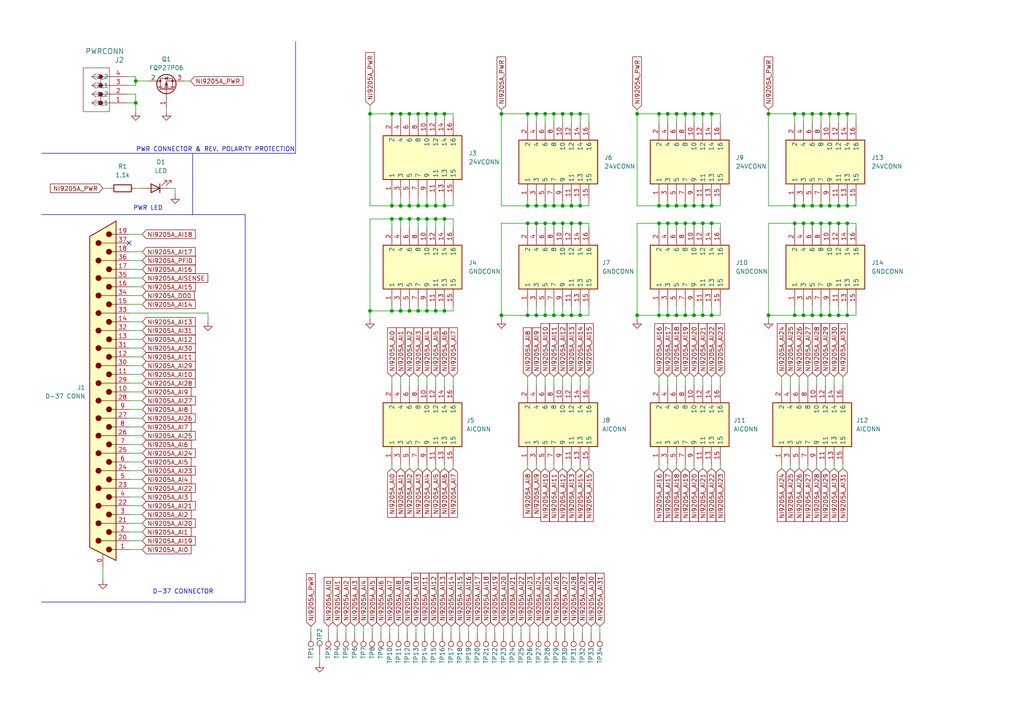
<source format=kicad_sch>
(kicad_sch (version 20250114) (generator "eeschema") (generator_version "9.0")
  (paper "A4")
  (title_block (title "NI-9205-Breakout-Board") (date "2026-01-12") (rev "1") (company "SDSU Rocket Project"))
  (text "D-37 CONNECTOR" (at 53.086 171.704 0) (effects (font (size 1.27 1.27))))
  (text "PWR CONNECTOR & REV. POLARITY PROTECTION" (at 62.484 43.434 0) (effects (font (size 1.27 1.27))))
  (text "PWR LED" (at 42.926 60.452 0) (effects (font (size 1.27 1.27))))
  (junction (at 145.415 33.02))
  (junction (at 201.295 33.02))
  (junction (at 222.885 91.44))
  (junction (at 153.035 59.69))
  (junction (at 240.665 33.02))
  (junction (at 163.195 91.44))
  (junction (at 107.315 33.02))
  (junction (at 235.585 33.02))
  (junction (at 245.745 33.02))
  (junction (at 233.045 91.44))
  (junction (at 160.655 64.77))
  (junction (at 245.745 91.44))
  (junction (at 118.745 90.17))
  (junction (at 243.205 91.44))
  (junction (at 165.735 33.02))
  (junction (at 230.505 59.69))
  (junction (at 116.205 33.02))
  (junction (at 201.295 64.77))
  (junction (at 165.735 64.77))
  (junction (at 107.315 90.17))
  (junction (at 203.835 33.02))
  (junction (at 243.205 59.69))
  (junction (at 203.835 64.77))
  (junction (at 235.585 91.44))
  (junction (at 118.745 63.5))
  (junction (at 113.665 90.17))
  (junction (at 121.285 33.02))
  (junction (at 39.37 29.845))
  (junction (at 113.665 63.5))
  (junction (at 238.125 33.02))
  (junction (at 153.035 64.77))
  (junction (at 243.205 64.77))
  (junction (at 203.835 91.44))
  (junction (at 158.115 59.69))
  (junction (at 128.905 33.02))
  (junction (at 113.665 59.69))
  (junction (at 158.115 64.77))
  (junction (at 113.665 33.02))
  (junction (at 193.675 91.44))
  (junction (at 153.035 33.02))
  (junction (at 145.415 91.44))
  (junction (at 160.655 59.69))
  (junction (at 201.295 59.69))
  (junction (at 198.755 33.02))
  (junction (at 126.365 63.5))
  (junction (at 235.585 59.69))
  (junction (at 235.585 64.77))
  (junction (at 153.035 91.44))
  (junction (at 233.045 33.02))
  (junction (at 118.745 59.69))
  (junction (at 193.675 64.77))
  (junction (at 240.665 91.44))
  (junction (at 126.365 90.17))
  (junction (at 123.825 33.02))
  (junction (at 198.755 91.44))
  (junction (at 203.835 59.69))
  (junction (at 123.825 63.5))
  (junction (at 126.365 33.02))
  (junction (at 230.505 33.02))
  (junction (at 155.575 64.77))
  (junction (at 240.665 64.77))
  (junction (at 163.195 33.02))
  (junction (at 168.275 33.02))
  (junction (at 243.205 33.02))
  (junction (at 39.37 23.495))
  (junction (at 196.215 33.02))
  (junction (at 233.045 59.69))
  (junction (at 206.375 33.02))
  (junction (at 123.825 90.17))
  (junction (at 191.135 59.69))
  (junction (at 126.365 59.69))
  (junction (at 184.785 91.44))
  (junction (at 193.675 33.02))
  (junction (at 118.745 33.02))
  (junction (at 201.295 91.44))
  (junction (at 233.045 64.77))
  (junction (at 121.285 63.5))
  (junction (at 198.755 64.77))
  (junction (at 196.215 91.44))
  (junction (at 128.905 63.5))
  (junction (at 158.115 33.02))
  (junction (at 238.125 64.77))
  (junction (at 128.905 90.17))
  (junction (at 163.195 59.69))
  (junction (at 168.275 64.77))
  (junction (at 240.665 59.69))
  (junction (at 165.735 91.44))
  (junction (at 191.135 91.44))
  (junction (at 155.575 33.02))
  (junction (at 155.575 91.44))
  (junction (at 245.745 59.69))
  (junction (at 191.135 64.77))
  (junction (at 206.375 91.44))
  (junction (at 160.655 91.44))
  (junction (at 160.655 33.02))
  (junction (at 230.505 91.44))
  (junction (at 128.905 59.69))
  (junction (at 184.785 33.02))
  (junction (at 121.285 59.69))
  (junction (at 222.885 33.02))
  (junction (at 116.205 90.17))
  (junction (at 196.215 59.69))
  (junction (at 158.115 91.44))
  (junction (at 168.275 91.44))
  (junction (at 193.675 59.69))
  (junction (at 123.825 59.69))
  (junction (at 155.575 59.69))
  (junction (at 245.745 64.77))
  (junction (at 116.205 59.69))
  (junction (at 206.375 59.69))
  (junction (at 121.285 90.17))
  (junction (at 238.125 91.44))
  (junction (at 206.375 64.77))
  (junction (at 198.755 59.69))
  (junction (at 165.735 59.69))
  (junction (at 230.505 64.77))
  (junction (at 191.135 33.02))
  (junction (at 196.215 64.77))
  (junction (at 168.275 59.69))
  (junction (at 116.205 63.5))
  (junction (at 163.195 64.77))
  (junction (at 238.125 59.69))
  (no_connect (at 37.465 70.485))
  (wire (pts (xy 239.395 135.89) (xy 239.395 134.62)))
  (wire (pts (xy 206.375 33.02) (xy 206.375 35.56)))
  (wire (pts (xy 234.315 135.89) (xy 234.315 134.62)))
  (wire (pts (xy 243.205 91.44) (xy 245.745 91.44)))
  (wire (pts (xy 165.735 135.89) (xy 165.735 134.62)))
  (wire (pts (xy 145.415 33.02) (xy 153.035 33.02)))
  (wire (pts (xy 145.415 59.69) (xy 153.035 59.69)))
  (wire (pts (xy 118.745 90.17) (xy 121.285 90.17)))
  (wire (pts (xy 193.675 109.22) (xy 193.675 111.76)))
  (wire (pts (xy 140.97 181.61) (xy 140.97 183.515)))
  (wire (pts (xy 143.51 181.61) (xy 143.51 183.515)))
  (wire (pts (xy 155.575 59.69) (xy 158.115 59.69)))
  (wire (pts (xy 165.735 33.02) (xy 165.735 35.56)))
  (wire (pts (xy 123.825 33.02) (xy 123.825 34.29)))
  (wire (pts (xy 155.575 91.44) (xy 158.115 91.44)))
  (wire (pts (xy 168.91 181.61) (xy 168.91 183.515)))
  (wire (pts (xy 113.665 63.5) (xy 116.205 63.5)))
  (wire (pts (xy 158.115 135.89) (xy 158.115 134.62)))
  (polyline (pts (xy 12.065 44.45) (xy 85.725 44.45)))
  (wire (pts (xy 193.675 59.69) (xy 196.215 59.69)))
  (wire (pts (xy 145.415 92.71) (xy 145.415 91.44)))
  (wire (pts (xy 90.17 181.61) (xy 90.17 183.515)))
  (wire (pts (xy 245.745 33.02) (xy 248.285 33.02)))
  (wire (pts (xy 121.285 90.17) (xy 123.825 90.17)))
  (wire (pts (xy 155.575 64.77) (xy 158.115 64.77)))
  (wire (pts (xy 113.03 181.61) (xy 113.03 183.515)))
  (wire (pts (xy 118.745 88.9) (xy 118.745 90.17)))
  (wire (pts (xy 191.135 59.69) (xy 193.675 59.69)))
  (wire (pts (xy 110.49 181.61) (xy 110.49 183.515)))
  (wire (pts (xy 191.135 64.77) (xy 191.135 66.04)))
  (wire (pts (xy 239.395 109.22) (xy 239.395 111.76)))
  (wire (pts (xy 130.81 181.61) (xy 130.81 183.515)))
  (wire (pts (xy 153.035 109.22) (xy 153.035 111.76)))
  (wire (pts (xy 208.915 109.22) (xy 208.915 111.76)))
  (wire (pts (xy 37.465 128.905) (xy 41.275 128.905)))
  (wire (pts (xy 37.465 78.105) (xy 41.275 78.105)))
  (wire (pts (xy 37.465 154.305) (xy 41.275 154.305)))
  (wire (pts (xy 128.905 90.17) (xy 131.445 90.17)))
  (wire (pts (xy 163.195 91.44) (xy 165.735 91.44)))
  (wire (pts (xy 231.775 109.22) (xy 231.775 111.76)))
  (wire (pts (xy 131.445 34.29) (xy 131.445 33.02)))
  (wire (pts (xy 128.905 63.5) (xy 128.905 66.04)))
  (wire (pts (xy 198.755 135.89) (xy 198.755 134.62)))
  (wire (pts (xy 50.8 54.61) (xy 48.895 54.61)))
  (wire (pts (xy 222.885 33.02) (xy 230.505 33.02)))
  (wire (pts (xy 153.035 91.44) (xy 155.575 91.44)))
  (wire (pts (xy 145.415 91.44) (xy 153.035 91.44)))
  (wire (pts (xy 222.885 92.71) (xy 222.885 91.44)))
  (wire (pts (xy 39.37 24.765) (xy 36.83 24.765)))
  (wire (pts (xy 37.465 100.965) (xy 41.275 100.965)))
  (wire (pts (xy 235.585 91.44) (xy 238.125 91.44)))
  (wire (pts (xy 118.745 57.15) (xy 118.745 59.69)))
  (wire (pts (xy 184.785 59.69) (xy 191.135 59.69)))
  (wire (pts (xy 118.11 181.61) (xy 118.11 183.515)))
  (wire (pts (xy 193.675 58.42) (xy 193.675 59.69)))
  (wire (pts (xy 113.665 33.02) (xy 113.665 34.29)))
  (wire (pts (xy 121.285 59.69) (xy 123.825 59.69)))
  (wire (pts (xy 128.905 135.89) (xy 128.905 134.62)))
  (wire (pts (xy 155.575 33.02) (xy 155.575 35.56)))
  (wire (pts (xy 123.825 63.5) (xy 126.365 63.5)))
  (wire (pts (xy 121.285 63.5) (xy 121.285 66.04)))
  (wire (pts (xy 163.195 135.89) (xy 163.195 134.62)))
  (wire (pts (xy 222.885 33.02) (xy 222.885 59.69)))
  (wire (pts (xy 206.375 109.22) (xy 206.375 111.76)))
  (wire (pts (xy 163.195 58.42) (xy 163.195 59.69)))
  (wire (pts (xy 201.295 109.22) (xy 201.295 111.76)))
  (wire (pts (xy 118.745 135.89) (xy 118.745 134.62)))
  (wire (pts (xy 191.135 91.44) (xy 193.675 91.44)))
  (wire (pts (xy 201.295 58.42) (xy 201.295 59.69)))
  (wire (pts (xy 235.585 33.02) (xy 235.585 35.56)))
  (wire (pts (xy 168.275 64.77) (xy 170.815 64.77)))
  (wire (pts (xy 170.815 35.56) (xy 170.815 33.02)))
  (wire (pts (xy 158.115 33.02) (xy 160.655 33.02)))
  (wire (pts (xy 203.835 58.42) (xy 203.835 59.69)))
  (wire (pts (xy 113.665 63.5) (xy 113.665 66.04)))
  (wire (pts (xy 121.285 57.15) (xy 121.285 59.69)))
  (wire (pts (xy 168.275 109.22) (xy 168.275 111.76)))
  (wire (pts (xy 118.745 33.02) (xy 118.745 34.29)))
  (wire (pts (xy 240.665 88.9) (xy 240.665 91.44)))
  (polyline (pts (xy 55.88 62.23) (xy 55.88 44.45)))
  (wire (pts (xy 235.585 64.77) (xy 238.125 64.77)))
  (wire (pts (xy 37.465 83.185) (xy 41.275 83.185)))
  (wire (pts (xy 226.695 135.89) (xy 226.695 134.62)))
  (wire (pts (xy 160.655 64.77) (xy 160.655 66.04)))
  (wire (pts (xy 37.465 126.365) (xy 41.275 126.365)))
  (wire (pts (xy 37.465 151.765) (xy 41.275 151.765)))
  (wire (pts (xy 128.905 33.02) (xy 128.905 34.29)))
  (wire (pts (xy 245.745 91.44) (xy 248.285 91.44)))
  (wire (pts (xy 193.675 64.77) (xy 196.215 64.77)))
  (wire (pts (xy 43.18 23.495) (xy 39.37 23.495)))
  (wire (pts (xy 37.465 136.525) (xy 41.275 136.525)))
  (wire (pts (xy 29.845 164.465) (xy 29.845 168.275)))
  (wire (pts (xy 198.755 91.44) (xy 201.295 91.44)))
  (wire (pts (xy 222.885 64.77) (xy 230.505 64.77)))
  (wire (pts (xy 107.315 90.17) (xy 113.665 90.17)))
  (wire (pts (xy 168.275 88.9) (xy 168.275 91.44)))
  (wire (pts (xy 128.905 33.02) (xy 131.445 33.02)))
  (wire (pts (xy 238.125 88.9) (xy 238.125 91.44)))
  (wire (pts (xy 244.475 109.22) (xy 244.475 111.76)))
  (wire (pts (xy 158.115 109.22) (xy 158.115 111.76)))
  (wire (pts (xy 241.935 135.89) (xy 241.935 134.62)))
  (wire (pts (xy 126.365 90.17) (xy 128.905 90.17)))
  (wire (pts (xy 193.675 64.77) (xy 193.675 66.04)))
  (wire (pts (xy 165.735 88.9) (xy 165.735 91.44)))
  (wire (pts (xy 248.285 66.04) (xy 248.285 64.77)))
  (wire (pts (xy 158.115 59.69) (xy 160.655 59.69)))
  (wire (pts (xy 120.65 181.61) (xy 120.65 183.515)))
  (wire (pts (xy 163.195 88.9) (xy 163.195 91.44)))
  (wire (pts (xy 196.215 88.9) (xy 196.215 91.44)))
  (wire (pts (xy 145.415 31.75) (xy 145.415 33.02)))
  (wire (pts (xy 121.285 88.9) (xy 121.285 90.17)))
  (polyline (pts (xy 85.725 12.065) (xy 85.725 44.45)))
  (wire (pts (xy 123.825 88.9) (xy 123.825 90.17)))
  (wire (pts (xy 191.135 109.22) (xy 191.135 111.76)))
  (wire (pts (xy 163.195 59.69) (xy 165.735 59.69)))
  (wire (pts (xy 116.205 59.69) (xy 118.745 59.69)))
  (wire (pts (xy 158.115 64.77) (xy 158.115 66.04)))
  (wire (pts (xy 126.365 57.15) (xy 126.365 59.69)))
  (wire (pts (xy 240.665 64.77) (xy 240.665 66.04)))
  (wire (pts (xy 203.835 64.77) (xy 206.375 64.77)))
  (polyline (pts (xy 12.065 174.625) (xy 71.12 174.625)))
  (wire (pts (xy 123.825 59.69) (xy 126.365 59.69)))
  (wire (pts (xy 198.755 64.77) (xy 198.755 66.04)))
  (wire (pts (xy 160.655 33.02) (xy 163.195 33.02)))
  (wire (pts (xy 121.285 109.22) (xy 121.285 111.76)))
  (wire (pts (xy 233.045 64.77) (xy 233.045 66.04)))
  (wire (pts (xy 166.37 181.61) (xy 166.37 183.515)))
  (wire (pts (xy 168.275 58.42) (xy 168.275 59.69)))
  (wire (pts (xy 238.125 33.02) (xy 240.665 33.02)))
  (wire (pts (xy 222.885 64.77) (xy 222.885 91.44)))
  (wire (pts (xy 222.885 91.44) (xy 230.505 91.44)))
  (wire (pts (xy 196.215 135.89) (xy 196.215 134.62)))
  (wire (pts (xy 245.745 58.42) (xy 245.745 59.69)))
  (wire (pts (xy 233.045 88.9) (xy 233.045 91.44)))
  (wire (pts (xy 245.745 33.02) (xy 245.745 35.56)))
  (wire (pts (xy 153.035 64.77) (xy 153.035 66.04)))
  (wire (pts (xy 116.205 33.02) (xy 118.745 33.02)))
  (wire (pts (xy 230.505 64.77) (xy 230.505 66.04)))
  (wire (pts (xy 123.19 181.61) (xy 123.19 183.515)))
  (wire (pts (xy 37.465 95.885) (xy 41.275 95.885)))
  (wire (pts (xy 170.815 109.22) (xy 170.815 111.76)))
  (wire (pts (xy 240.665 33.02) (xy 240.665 35.56)))
  (wire (pts (xy 126.365 59.69) (xy 128.905 59.69)))
  (wire (pts (xy 155.575 64.77) (xy 155.575 66.04)))
  (wire (pts (xy 165.735 58.42) (xy 165.735 59.69)))
  (wire (pts (xy 240.665 33.02) (xy 243.205 33.02)))
  (wire (pts (xy 118.745 63.5) (xy 118.745 66.04)))
  (wire (pts (xy 128.905 63.5) (xy 131.445 63.5)))
  (wire (pts (xy 243.205 64.77) (xy 243.205 66.04)))
  (wire (pts (xy 245.745 64.77) (xy 245.745 66.04)))
  (wire (pts (xy 238.125 91.44) (xy 240.665 91.44)))
  (wire (pts (xy 240.665 59.69) (xy 243.205 59.69)))
  (wire (pts (xy 203.835 88.9) (xy 203.835 91.44)))
  (wire (pts (xy 113.665 88.9) (xy 113.665 90.17)))
  (wire (pts (xy 184.785 33.02) (xy 191.135 33.02)))
  (wire (pts (xy 155.575 135.89) (xy 155.575 134.62)))
  (wire (pts (xy 105.41 181.61) (xy 105.41 183.515)))
  (wire (pts (xy 116.205 88.9) (xy 116.205 90.17)))
  (wire (pts (xy 37.465 67.945) (xy 41.275 67.945)))
  (wire (pts (xy 148.59 181.61) (xy 148.59 183.515)))
  (polyline (pts (xy 12.065 62.23) (xy 55.88 62.23)))
  (wire (pts (xy 37.465 73.025) (xy 41.275 73.025)))
  (wire (pts (xy 107.315 30.48) (xy 107.315 33.02)))
  (wire (pts (xy 125.73 181.61) (xy 125.73 183.515)))
  (wire (pts (xy 165.735 91.44) (xy 168.275 91.44)))
  (wire (pts (xy 238.125 59.69) (xy 240.665 59.69)))
  (wire (pts (xy 168.275 33.02) (xy 170.815 33.02)))
  (wire (pts (xy 203.835 109.22) (xy 203.835 111.76)))
  (wire (pts (xy 240.665 64.77) (xy 243.205 64.77)))
  (wire (pts (xy 37.465 75.565) (xy 41.275 75.565)))
  (wire (pts (xy 168.275 59.69) (xy 170.815 59.69)))
  (wire (pts (xy 193.675 135.89) (xy 193.675 134.62)))
  (wire (pts (xy 118.745 59.69) (xy 121.285 59.69)))
  (wire (pts (xy 37.465 106.045) (xy 41.275 106.045)))
  (wire (pts (xy 241.935 109.22) (xy 241.935 111.76)))
  (wire (pts (xy 160.655 135.89) (xy 160.655 134.62)))
  (wire (pts (xy 163.83 181.61) (xy 163.83 183.515)))
  (wire (pts (xy 230.505 33.02) (xy 230.505 35.56)))
  (wire (pts (xy 244.475 135.89) (xy 244.475 134.62)))
  (wire (pts (xy 126.365 63.5) (xy 126.365 66.04)))
  (wire (pts (xy 138.43 181.61) (xy 138.43 183.515)))
  (wire (pts (xy 233.045 59.69) (xy 235.585 59.69)))
  (wire (pts (xy 196.215 58.42) (xy 196.215 59.69)))
  (wire (pts (xy 160.655 64.77) (xy 163.195 64.77)))
  (wire (pts (xy 222.885 59.69) (xy 230.505 59.69)))
  (wire (pts (xy 171.45 181.61) (xy 171.45 183.515)))
  (wire (pts (xy 102.87 181.61) (xy 102.87 183.515)))
  (wire (pts (xy 248.285 35.56) (xy 248.285 33.02)))
  (wire (pts (xy 113.665 109.22) (xy 113.665 111.76)))
  (wire (pts (xy 235.585 33.02) (xy 238.125 33.02)))
  (wire (pts (xy 226.695 109.22) (xy 226.695 111.76)))
  (wire (pts (xy 145.415 64.77) (xy 153.035 64.77)))
  (wire (pts (xy 170.815 135.89) (xy 170.815 134.62)))
  (wire (pts (xy 245.745 64.77) (xy 248.285 64.77)))
  (wire (pts (xy 222.885 31.75) (xy 222.885 33.02)))
  (wire (pts (xy 238.125 64.77) (xy 238.125 66.04)))
  (wire (pts (xy 37.465 121.285) (xy 41.275 121.285)))
  (wire (pts (xy 92.71 189.865) (xy 92.71 192.405)))
  (wire (pts (xy 37.465 85.725) (xy 41.275 85.725)))
  (wire (pts (xy 198.755 64.77) (xy 201.295 64.77)))
  (wire (pts (xy 196.215 59.69) (xy 198.755 59.69)))
  (wire (pts (xy 123.825 90.17) (xy 126.365 90.17)))
  (wire (pts (xy 198.755 58.42) (xy 198.755 59.69)))
  (wire (pts (xy 160.655 91.44) (xy 163.195 91.44)))
  (wire (pts (xy 201.295 64.77) (xy 203.835 64.77)))
  (wire (pts (xy 233.045 64.77) (xy 235.585 64.77)))
  (wire (pts (xy 37.465 131.445) (xy 41.275 131.445)))
  (wire (pts (xy 121.285 33.02) (xy 121.285 34.29)))
  (wire (pts (xy 248.285 59.69) (xy 248.285 58.42)))
  (wire (pts (xy 236.855 135.89) (xy 236.855 134.62)))
  (wire (pts (xy 230.505 91.44) (xy 233.045 91.44)))
  (wire (pts (xy 243.205 64.77) (xy 245.745 64.77)))
  (wire (pts (xy 196.215 64.77) (xy 196.215 66.04)))
  (wire (pts (xy 163.195 64.77) (xy 163.195 66.04)))
  (wire (pts (xy 191.135 64.77) (xy 193.675 64.77)))
  (wire (pts (xy 156.21 181.61) (xy 156.21 183.515)))
  (wire (pts (xy 230.505 64.77) (xy 233.045 64.77)))
  (wire (pts (xy 230.505 59.69) (xy 233.045 59.69)))
  (wire (pts (xy 126.365 63.5) (xy 128.905 63.5)))
  (wire (pts (xy 206.375 135.89) (xy 206.375 134.62)))
  (wire (pts (xy 37.465 139.065) (xy 41.275 139.065)))
  (wire (pts (xy 235.585 58.42) (xy 235.585 59.69)))
  (wire (pts (xy 238.125 64.77) (xy 240.665 64.77)))
  (wire (pts (xy 233.045 33.02) (xy 235.585 33.02)))
  (wire (pts (xy 116.205 63.5) (xy 116.205 66.04)))
  (wire (pts (xy 196.215 109.22) (xy 196.215 111.76)))
  (wire (pts (xy 193.675 33.02) (xy 193.675 35.56)))
  (wire (pts (xy 118.745 63.5) (xy 121.285 63.5)))
  (wire (pts (xy 231.775 135.89) (xy 231.775 134.62)))
  (wire (pts (xy 235.585 88.9) (xy 235.585 91.44)))
  (wire (pts (xy 240.665 58.42) (xy 240.665 59.69)))
  (wire (pts (xy 107.315 59.69) (xy 113.665 59.69)))
  (wire (pts (xy 184.785 92.71) (xy 184.785 91.44)))
  (wire (pts (xy 37.465 108.585) (xy 41.275 108.585)))
  (wire (pts (xy 29.845 54.61) (xy 31.75 54.61)))
  (wire (pts (xy 203.835 59.69) (xy 206.375 59.69)))
  (wire (pts (xy 153.035 88.9) (xy 153.035 91.44)))
  (wire (pts (xy 160.655 33.02) (xy 160.655 35.56)))
  (wire (pts (xy 165.735 33.02) (xy 168.275 33.02)))
  (wire (pts (xy 184.785 31.75) (xy 184.785 33.02)))
  (wire (pts (xy 158.115 33.02) (xy 158.115 35.56)))
  (wire (pts (xy 116.205 135.89) (xy 116.205 134.62)))
  (wire (pts (xy 240.665 91.44) (xy 243.205 91.44)))
  (wire (pts (xy 165.735 59.69) (xy 168.275 59.69)))
  (wire (pts (xy 161.29 181.61) (xy 161.29 183.515)))
  (wire (pts (xy 230.505 88.9) (xy 230.505 91.44)))
  (wire (pts (xy 196.215 91.44) (xy 198.755 91.44)))
  (wire (pts (xy 201.295 33.02) (xy 201.295 35.56)))
  (wire (pts (xy 165.735 109.22) (xy 165.735 111.76)))
  (wire (pts (xy 168.275 135.89) (xy 168.275 134.62)))
  (wire (pts (xy 191.135 88.9) (xy 191.135 91.44)))
  (wire (pts (xy 128.27 181.61) (xy 128.27 183.515)))
  (wire (pts (xy 203.835 135.89) (xy 203.835 134.62)))
  (wire (pts (xy 153.035 58.42) (xy 153.035 59.69)))
  (wire (pts (xy 37.465 93.345) (xy 41.275 93.345)))
  (wire (pts (xy 170.815 66.04) (xy 170.815 64.77)))
  (wire (pts (xy 121.285 135.89) (xy 121.285 134.62)))
  (wire (pts (xy 233.045 91.44) (xy 235.585 91.44)))
  (wire (pts (xy 203.835 64.77) (xy 203.835 66.04)))
  (wire (pts (xy 206.375 64.77) (xy 208.915 64.77)))
  (wire (pts (xy 37.465 141.605) (xy 41.275 141.605)))
  (wire (pts (xy 126.365 135.89) (xy 126.365 134.62)))
  (wire (pts (xy 193.675 88.9) (xy 193.675 91.44)))
  (wire (pts (xy 233.045 58.42) (xy 233.045 59.69)))
  (wire (pts (xy 133.35 181.61) (xy 133.35 183.515)))
  (wire (pts (xy 37.465 144.145) (xy 41.275 144.145)))
  (wire (pts (xy 203.835 33.02) (xy 206.375 33.02)))
  (wire (pts (xy 126.365 33.02) (xy 128.905 33.02)))
  (wire (pts (xy 146.05 181.61) (xy 146.05 183.515)))
  (wire (pts (xy 131.445 66.04) (xy 131.445 63.5)))
  (wire (pts (xy 39.37 22.225) (xy 39.37 23.495)))
  (wire (pts (xy 39.37 27.305) (xy 36.83 27.305)))
  (wire (pts (xy 153.035 33.02) (xy 153.035 35.56)))
  (wire (pts (xy 50.8 56.515) (xy 50.8 54.61)))
  (wire (pts (xy 201.295 64.77) (xy 201.295 66.04)))
  (wire (pts (xy 248.285 91.44) (xy 248.285 88.9)))
  (wire (pts (xy 198.755 88.9) (xy 198.755 91.44)))
  (wire (pts (xy 115.57 181.61) (xy 115.57 183.515)))
  (wire (pts (xy 118.745 109.22) (xy 118.745 111.76)))
  (wire (pts (xy 243.205 33.02) (xy 243.205 35.56)))
  (wire (pts (xy 165.735 64.77) (xy 168.275 64.77)))
  (wire (pts (xy 206.375 59.69) (xy 208.915 59.69)))
  (wire (pts (xy 39.37 23.495) (xy 39.37 24.765)))
  (wire (pts (xy 131.445 90.17) (xy 131.445 88.9)))
  (wire (pts (xy 145.415 64.77) (xy 145.415 91.44)))
  (wire (pts (xy 201.295 88.9) (xy 201.295 91.44)))
  (wire (pts (xy 160.655 109.22) (xy 160.655 111.76)))
  (wire (pts (xy 191.135 33.02) (xy 193.675 33.02)))
  (wire (pts (xy 118.745 33.02) (xy 121.285 33.02)))
  (wire (pts (xy 198.755 109.22) (xy 198.755 111.76)))
  (wire (pts (xy 107.315 63.5) (xy 107.315 90.17)))
  (wire (pts (xy 37.465 113.665) (xy 41.275 113.665)))
  (wire (pts (xy 107.315 33.02) (xy 107.315 59.69)))
  (wire (pts (xy 184.785 33.02) (xy 184.785 59.69)))
  (wire (pts (xy 39.37 32.385) (xy 39.37 29.845)))
  (wire (pts (xy 163.195 33.02) (xy 163.195 35.56)))
  (wire (pts (xy 100.33 181.61) (xy 100.33 183.515)))
  (wire (pts (xy 235.585 59.69) (xy 238.125 59.69)))
  (wire (pts (xy 165.735 64.77) (xy 165.735 66.04)))
  (wire (pts (xy 48.26 32.385) (xy 48.26 31.115)))
  (wire (pts (xy 158.115 91.44) (xy 160.655 91.44)))
  (wire (pts (xy 37.465 103.505) (xy 41.275 103.505)))
  (wire (pts (xy 193.675 33.02) (xy 196.215 33.02)))
  (wire (pts (xy 233.045 33.02) (xy 233.045 35.56)))
  (wire (pts (xy 206.375 91.44) (xy 208.915 91.44)))
  (wire (pts (xy 123.825 57.15) (xy 123.825 59.69)))
  (wire (pts (xy 37.465 116.205) (xy 41.275 116.205)))
  (wire (pts (xy 206.375 88.9) (xy 206.375 91.44)))
  (wire (pts (xy 128.905 57.15) (xy 128.905 59.69)))
  (wire (pts (xy 39.37 29.845) (xy 36.83 29.845)))
  (wire (pts (xy 198.755 33.02) (xy 201.295 33.02)))
  (wire (pts (xy 245.745 59.69) (xy 248.285 59.69)))
  (wire (pts (xy 163.195 64.77) (xy 165.735 64.77)))
  (wire (pts (xy 60.325 90.805) (xy 60.325 93.345)))
  (wire (pts (xy 206.375 64.77) (xy 206.375 66.04)))
  (wire (pts (xy 201.295 135.89) (xy 201.295 134.62)))
  (wire (pts (xy 113.665 33.02) (xy 116.205 33.02)))
  (wire (pts (xy 196.215 64.77) (xy 198.755 64.77)))
  (wire (pts (xy 126.365 109.22) (xy 126.365 111.76)))
  (wire (pts (xy 235.585 64.77) (xy 235.585 66.04)))
  (wire (pts (xy 113.665 57.15) (xy 113.665 59.69)))
  (wire (pts (xy 193.675 91.44) (xy 196.215 91.44)))
  (wire (pts (xy 107.315 63.5) (xy 113.665 63.5)))
  (wire (pts (xy 160.655 58.42) (xy 160.655 59.69)))
  (wire (pts (xy 116.205 33.02) (xy 116.205 34.29)))
  (wire (pts (xy 170.815 59.69) (xy 170.815 58.42)))
  (wire (pts (xy 113.665 90.17) (xy 116.205 90.17)))
  (wire (pts (xy 155.575 58.42) (xy 155.575 59.69)))
  (wire (pts (xy 203.835 33.02) (xy 203.835 35.56)))
  (wire (pts (xy 243.205 58.42) (xy 243.205 59.69)))
  (wire (pts (xy 208.915 66.04) (xy 208.915 64.77)))
  (wire (pts (xy 135.89 181.61) (xy 135.89 183.515)))
  (wire (pts (xy 243.205 88.9) (xy 243.205 91.44)))
  (wire (pts (xy 55.245 23.495) (xy 53.34 23.495)))
  (wire (pts (xy 208.915 35.56) (xy 208.915 33.02)))
  (wire (pts (xy 37.465 159.385) (xy 41.275 159.385)))
  (wire (pts (xy 191.135 33.02) (xy 191.135 35.56)))
  (wire (pts (xy 168.275 91.44) (xy 170.815 91.44)))
  (wire (pts (xy 37.465 146.685) (xy 41.275 146.685)))
  (wire (pts (xy 128.905 88.9) (xy 128.905 90.17)))
  (wire (pts (xy 238.125 58.42) (xy 238.125 59.69)))
  (wire (pts (xy 203.835 91.44) (xy 206.375 91.44)))
  (wire (pts (xy 128.905 59.69) (xy 131.445 59.69)))
  (wire (pts (xy 116.205 109.22) (xy 116.205 111.76)))
  (wire (pts (xy 184.785 64.77) (xy 184.785 91.44)))
  (wire (pts (xy 160.655 59.69) (xy 163.195 59.69)))
  (wire (pts (xy 113.665 135.89) (xy 113.665 134.62)))
  (wire (pts (xy 238.125 33.02) (xy 238.125 35.56)))
  (polyline (pts (xy 71.12 174.625) (xy 71.12 62.23)))
  (wire (pts (xy 121.285 63.5) (xy 123.825 63.5)))
  (wire (pts (xy 107.315 33.02) (xy 113.665 33.02)))
  (wire (pts (xy 206.375 33.02) (xy 208.915 33.02)))
  (wire (pts (xy 201.295 91.44) (xy 203.835 91.44)))
  (wire (pts (xy 123.825 33.02) (xy 126.365 33.02)))
  (wire (pts (xy 229.235 135.89) (xy 229.235 134.62)))
  (wire (pts (xy 37.465 149.225) (xy 41.275 149.225)))
  (wire (pts (xy 131.445 109.22) (xy 131.445 111.76)))
  (wire (pts (xy 39.37 22.225) (xy 36.83 22.225)))
  (wire (pts (xy 184.785 64.77) (xy 191.135 64.77)))
  (wire (pts (xy 153.035 33.02) (xy 155.575 33.02)))
  (wire (pts (xy 151.13 181.61) (xy 151.13 183.515)))
  (wire (pts (xy 243.205 59.69) (xy 245.745 59.69)))
  (wire (pts (xy 131.445 135.89) (xy 131.445 134.62)))
  (wire (pts (xy 160.655 88.9) (xy 160.655 91.44)))
  (wire (pts (xy 123.825 135.89) (xy 123.825 134.62)))
  (wire (pts (xy 37.465 111.125) (xy 41.275 111.125)))
  (wire (pts (xy 153.67 181.61) (xy 153.67 183.515)))
  (wire (pts (xy 191.135 135.89) (xy 191.135 134.62)))
  (wire (pts (xy 155.575 88.9) (xy 155.575 91.44)))
  (wire (pts (xy 37.465 118.745) (xy 41.275 118.745)))
  (wire (pts (xy 158.115 58.42) (xy 158.115 59.69)))
  (wire (pts (xy 158.115 64.77) (xy 160.655 64.77)))
  (wire (pts (xy 107.315 92.71) (xy 107.315 90.17)))
  (wire (pts (xy 39.37 29.845) (xy 39.37 27.305)))
  (wire (pts (xy 196.215 33.02) (xy 198.755 33.02)))
  (wire (pts (xy 153.035 64.77) (xy 155.575 64.77)))
  (wire (pts (xy 145.415 33.02) (xy 145.415 59.69)))
  (wire (pts (xy 229.235 109.22) (xy 229.235 111.76)))
  (wire (pts (xy 121.285 33.02) (xy 123.825 33.02)))
  (wire (pts (xy 230.505 58.42) (xy 230.505 59.69)))
  (wire (pts (xy 37.465 156.845) (xy 41.275 156.845)))
  (wire (pts (xy 206.375 58.42) (xy 206.375 59.69)))
  (wire (pts (xy 95.25 181.61) (xy 95.25 183.515)))
  (wire (pts (xy 236.855 109.22) (xy 236.855 111.76)))
  (wire (pts (xy 153.035 135.89) (xy 153.035 134.62)))
  (wire (pts (xy 107.95 181.61) (xy 107.95 183.515)))
  (wire (pts (xy 158.115 88.9) (xy 158.115 91.44)))
  (wire (pts (xy 201.295 33.02) (xy 203.835 33.02)))
  (wire (pts (xy 184.785 91.44) (xy 191.135 91.44)))
  (wire (pts (xy 208.915 135.89) (xy 208.915 134.62)))
  (wire (pts (xy 37.465 88.265) (xy 41.275 88.265)))
  (wire (pts (xy 123.825 63.5) (xy 123.825 66.04)))
  (wire (pts (xy 126.365 88.9) (xy 126.365 90.17)))
  (wire (pts (xy 37.465 133.985) (xy 41.275 133.985)))
  (wire (pts (xy 153.035 59.69) (xy 155.575 59.69)))
  (wire (pts (xy 128.905 109.22) (xy 128.905 111.76)))
  (wire (pts (xy 201.295 59.69) (xy 203.835 59.69)))
  (wire (pts (xy 116.205 63.5) (xy 118.745 63.5)))
  (wire (pts (xy 37.465 80.645) (xy 41.275 80.645)))
  (polyline (pts (xy 71.12 62.23) (xy 55.88 62.23)))
  (wire (pts (xy 198.755 33.02) (xy 198.755 35.56)))
  (wire (pts (xy 234.315 109.22) (xy 234.315 111.76)))
  (wire (pts (xy 208.915 59.69) (xy 208.915 58.42)))
  (wire (pts (xy 168.275 33.02) (xy 168.275 35.56)))
  (wire (pts (xy 97.79 181.61) (xy 97.79 183.515)))
  (wire (pts (xy 243.205 33.02) (xy 245.745 33.02)))
  (wire (pts (xy 37.465 98.425) (xy 41.275 98.425)))
  (wire (pts (xy 168.275 64.77) (xy 168.275 66.04)))
  (wire (pts (xy 131.445 59.69) (xy 131.445 57.15)))
  (wire (pts (xy 173.99 181.61) (xy 173.99 183.515)))
  (wire (pts (xy 155.575 109.22) (xy 155.575 111.76)))
  (wire (pts (xy 113.665 59.69) (xy 116.205 59.69)))
  (wire (pts (xy 163.195 33.02) (xy 165.735 33.02)))
  (wire (pts (xy 208.915 91.44) (xy 208.915 88.9)))
  (wire (pts (xy 245.745 88.9) (xy 245.745 91.44)))
  (wire (pts (xy 158.75 181.61) (xy 158.75 183.515)))
  (wire (pts (xy 123.825 109.22) (xy 123.825 111.76)))
  (wire (pts (xy 37.465 123.825) (xy 41.275 123.825)))
  (wire (pts (xy 116.205 57.15) (xy 116.205 59.69)))
  (wire (pts (xy 198.755 59.69) (xy 201.295 59.69)))
  (wire (pts (xy 39.37 54.61) (xy 41.275 54.61)))
  (wire (pts (xy 191.135 58.42) (xy 191.135 59.69)))
  (wire (pts (xy 196.215 33.02) (xy 196.215 35.56)))
  (wire (pts (xy 230.505 33.02) (xy 233.045 33.02)))
  (wire (pts (xy 37.465 90.805) (xy 60.325 90.805)))
  (wire (pts (xy 155.575 33.02) (xy 158.115 33.02)))
  (wire (pts (xy 116.205 90.17) (xy 118.745 90.17)))
  (wire (pts (xy 170.815 91.44) (xy 170.815 88.9)))
  (wire (pts (xy 126.365 33.02) (xy 126.365 34.29)))
  (wire (pts (xy 163.195 109.22) (xy 163.195 111.76)))
  (global_label "NI9205A_AI27" (shape input) (at 234.315 135.89 270) (property "Intersheetrefs" "${INTERSHEET_REFS}" (effects (hide yes))))
  (global_label "NI9205A_AI13" (shape input) (at 165.735 109.22 90) (property "Intersheetrefs" "${INTERSHEET_REFS}" (effects (hide yes))))
  (global_label "NI9205A_AI16" (shape input) (at 191.135 109.22 90) (property "Intersheetrefs" "${INTERSHEET_REFS}" (effects (hide yes))))
  (global_label "NI9205A_AI1" (shape input) (at 116.205 135.89 270) (property "Intersheetrefs" "${INTERSHEET_REFS}" (effects (hide yes))))
  (global_label "NI9205A_AI23" (shape input) (at 153.67 181.61 90) (property "Intersheetrefs" "${INTERSHEET_REFS}" (effects (hide yes))))
  (global_label "NI9205A_AI5" (shape input) (at 126.365 109.22 90) (property "Intersheetrefs" "${INTERSHEET_REFS}" (effects (hide yes))))
  (global_label "NI9205A_AI24" (shape input) (at 226.695 135.89 270) (property "Intersheetrefs" "${INTERSHEET_REFS}" (effects (hide yes))))
  (global_label "NI9205A_AI14" (shape input) (at 130.81 181.61 90) (property "Intersheetrefs" "${INTERSHEET_REFS}" (effects (hide yes))))
  (global_label "NI9205A_AI15" (shape input) (at 133.35 181.61 90) (property "Intersheetrefs" "${INTERSHEET_REFS}" (effects (hide yes))))
  (global_label "NI9205A_AI7" (shape input) (at 131.445 109.22 90) (property "Intersheetrefs" "${INTERSHEET_REFS}" (effects (hide yes))))
  (global_label "NI9205A_AI22" (shape input) (at 206.375 109.22 90) (property "Intersheetrefs" "${INTERSHEET_REFS}" (effects (hide yes))))
  (global_label "NI9205A_AI31" (shape input) (at 244.475 109.22 90) (property "Intersheetrefs" "${INTERSHEET_REFS}" (effects (hide yes))))
  (global_label "NI9205A_AI21" (shape input) (at 148.59 181.61 90) (property "Intersheetrefs" "${INTERSHEET_REFS}" (effects (hide yes))))
  (global_label "NI9205A_AI6" (shape input) (at 128.905 135.89 270) (property "Intersheetrefs" "${INTERSHEET_REFS}" (effects (hide yes))))
  (global_label "NI9205A_AI25" (shape input) (at 41.275 126.365 0) (property "Intersheetrefs" "${INTERSHEET_REFS}" (effects (hide yes))))
  (global_label "NI9205A_AI18" (shape input) (at 41.275 67.945 0) (property "Intersheetrefs" "${INTERSHEET_REFS}" (effects (hide yes))))
  (global_label "NI9205A_AI30" (shape input) (at 241.935 135.89 270) (property "Intersheetrefs" "${INTERSHEET_REFS}" (effects (hide yes))))
  (global_label "NI9205A_AI27" (shape input) (at 163.83 181.61 90) (property "Intersheetrefs" "${INTERSHEET_REFS}" (effects (hide yes))))
  (global_label "NI9205A_PWR" (shape input) (at 145.415 31.75 90) (property "Intersheetrefs" "${INTERSHEET_REFS}" (effects (hide yes))))
  (global_label "NI9205A_AI17" (shape input) (at 193.675 135.89 270) (property "Intersheetrefs" "${INTERSHEET_REFS}" (effects (hide yes))))
  (global_label "NI9205A_PFI0" (shape input) (at 41.275 75.565 0) (property "Intersheetrefs" "${INTERSHEET_REFS}" (effects (hide yes))))
  (global_label "NI9205A_AI28" (shape input) (at 166.37 181.61 90) (property "Intersheetrefs" "${INTERSHEET_REFS}" (effects (hide yes))))
  (global_label "NI9205A_AI25" (shape input) (at 158.75 181.61 90) (property "Intersheetrefs" "${INTERSHEET_REFS}" (effects (hide yes))))
  (global_label "NI9205A_AI15" (shape input) (at 41.275 83.185 0) (property "Intersheetrefs" "${INTERSHEET_REFS}" (effects (hide yes))))
  (global_label "NI9205A_AI0" (shape input) (at 113.665 109.22 90) (property "Intersheetrefs" "${INTERSHEET_REFS}" (effects (hide yes))))
  (global_label "NI9205A_AI31" (shape input) (at 244.475 135.89 270) (property "Intersheetrefs" "${INTERSHEET_REFS}" (effects (hide yes))))
  (global_label "NI9205A_AI24" (shape input) (at 41.275 131.445 0) (property "Intersheetrefs" "${INTERSHEET_REFS}" (effects (hide yes))))
  (global_label "NI9205A_AI29" (shape input) (at 41.275 106.045 0) (property "Intersheetrefs" "${INTERSHEET_REFS}" (effects (hide yes))))
  (global_label "NI9205A_AI19" (shape input) (at 198.755 135.89 270) (property "Intersheetrefs" "${INTERSHEET_REFS}" (effects (hide yes))))
  (global_label "NI9205A_AI20" (shape input) (at 41.275 151.765 0) (property "Intersheetrefs" "${INTERSHEET_REFS}" (effects (hide yes))))
  (global_label "NI9205A_AI29" (shape input) (at 239.395 109.22 90) (property "Intersheetrefs" "${INTERSHEET_REFS}" (effects (hide yes))))
  (global_label "NI9205A_AI22" (shape input) (at 151.13 181.61 90) (property "Intersheetrefs" "${INTERSHEET_REFS}" (effects (hide yes))))
  (global_label "NI9205A_AI4" (shape input) (at 105.41 181.61 90) (property "Intersheetrefs" "${INTERSHEET_REFS}" (effects (hide yes))))
  (global_label "NI9205A_AI0" (shape input) (at 41.275 159.385 0) (property "Intersheetrefs" "${INTERSHEET_REFS}" (effects (hide yes))))
  (global_label "NI9205A_AI6" (shape input) (at 110.49 181.61 90) (property "Intersheetrefs" "${INTERSHEET_REFS}" (effects (hide yes))))
  (global_label "NI9205A_AI18" (shape input) (at 196.215 109.22 90) (property "Intersheetrefs" "${INTERSHEET_REFS}" (effects (hide yes))))
  (global_label "NI9205A_PWR" (shape input) (at 29.845 54.61 180) (property "Intersheetrefs" "${INTERSHEET_REFS}" (effects (hide yes))))
  (global_label "NI9205A_AI30" (shape input) (at 241.935 109.22 90) (property "Intersheetrefs" "${INTERSHEET_REFS}" (effects (hide yes))))
  (global_label "NI9205A_AI23" (shape input) (at 41.275 136.525 0) (property "Intersheetrefs" "${INTERSHEET_REFS}" (effects (hide yes))))
  (global_label "NI9205A_AI28" (shape input) (at 41.275 111.125 0) (property "Intersheetrefs" "${INTERSHEET_REFS}" (effects (hide yes))))
  (global_label "NI9205A_AI15" (shape input) (at 170.815 135.89 270) (property "Intersheetrefs" "${INTERSHEET_REFS}" (effects (hide yes))))
  (global_label "NI9205A_AI3" (shape input) (at 121.285 135.89 270) (property "Intersheetrefs" "${INTERSHEET_REFS}" (effects (hide yes))))
  (global_label "NI9205A_AI16" (shape input) (at 191.135 135.89 270) (property "Intersheetrefs" "${INTERSHEET_REFS}" (effects (hide yes))))
  (global_label "NI9205A_AI12" (shape input) (at 125.73 181.61 90) (property "Intersheetrefs" "${INTERSHEET_REFS}" (effects (hide yes))))
  (global_label "NI9205A_AI4" (shape input) (at 123.825 109.22 90) (property "Intersheetrefs" "${INTERSHEET_REFS}" (effects (hide yes))))
  (global_label "NI9205A_AI17" (shape input) (at 138.43 181.61 90) (property "Intersheetrefs" "${INTERSHEET_REFS}" (effects (hide yes))))
  (global_label "NI9205A_AI25" (shape input) (at 229.235 135.89 270) (property "Intersheetrefs" "${INTERSHEET_REFS}" (effects (hide yes))))
  (global_label "NI9205A_AI8" (shape input) (at 115.57 181.61 90) (property "Intersheetrefs" "${INTERSHEET_REFS}" (effects (hide yes))))
  (global_label "NI9205A_AI19" (shape input) (at 143.51 181.61 90) (property "Intersheetrefs" "${INTERSHEET_REFS}" (effects (hide yes))))
  (global_label "NI9205A_AI7" (shape input) (at 41.275 123.825 0) (property "Intersheetrefs" "${INTERSHEET_REFS}" (effects (hide yes))))
  (global_label "NI9205A_AI9" (shape input) (at 41.275 113.665 0) (property "Intersheetrefs" "${INTERSHEET_REFS}" (effects (hide yes))))
  (global_label "NI9205A_AI8" (shape input) (at 153.035 135.89 270) (property "Intersheetrefs" "${INTERSHEET_REFS}" (effects (hide yes))))
  (global_label "NI9205A_AI10" (shape input) (at 41.275 108.585 0) (property "Intersheetrefs" "${INTERSHEET_REFS}" (effects (hide yes))))
  (global_label "NI9205A_AI24" (shape input) (at 156.21 181.61 90) (property "Intersheetrefs" "${INTERSHEET_REFS}" (effects (hide yes))))
  (global_label "NI9205A_AI23" (shape input) (at 208.915 135.89 270) (property "Intersheetrefs" "${INTERSHEET_REFS}" (effects (hide yes))))
  (global_label "NI9205A_AI18" (shape input) (at 140.97 181.61 90) (property "Intersheetrefs" "${INTERSHEET_REFS}" (effects (hide yes))))
  (global_label "NI9205A_AI25" (shape input) (at 229.235 109.22 90) (property "Intersheetrefs" "${INTERSHEET_REFS}" (effects (hide yes))))
  (global_label "NI9205A_AI29" (shape input) (at 168.91 181.61 90) (property "Intersheetrefs" "${INTERSHEET_REFS}" (effects (hide yes))))
  (global_label "NI9205A_AI13" (shape input) (at 41.275 93.345 0) (property "Intersheetrefs" "${INTERSHEET_REFS}" (effects (hide yes))))
  (global_label "NI9205A_AI6" (shape input) (at 128.905 109.22 90) (property "Intersheetrefs" "${INTERSHEET_REFS}" (effects (hide yes))))
  (global_label "NI9205A_AI11" (shape input) (at 123.19 181.61 90) (property "Intersheetrefs" "${INTERSHEET_REFS}" (effects (hide yes))))
  (global_label "NI9205A_AI26" (shape input) (at 41.275 121.285 0) (property "Intersheetrefs" "${INTERSHEET_REFS}" (effects (hide yes))))
  (global_label "NI9205A_AI20" (shape input) (at 201.295 135.89 270) (property "Intersheetrefs" "${INTERSHEET_REFS}" (effects (hide yes))))
  (global_label "NI9205A_AI3" (shape input) (at 121.285 109.22 90) (property "Intersheetrefs" "${INTERSHEET_REFS}" (effects (hide yes))))
  (global_label "NI9205A_AI0" (shape input) (at 95.25 181.61 90) (property "Intersheetrefs" "${INTERSHEET_REFS}" (effects (hide yes))))
  (global_label "NI9205A_AI5" (shape input) (at 41.275 133.985 0) (property "Intersheetrefs" "${INTERSHEET_REFS}" (effects (hide yes))))
  (global_label "NI9205A_AI9" (shape input) (at 155.575 135.89 270) (property "Intersheetrefs" "${INTERSHEET_REFS}" (effects (hide yes))))
  (global_label "NI9205A_PWR" (shape input) (at 184.785 31.75 90) (property "Intersheetrefs" "${INTERSHEET_REFS}" (effects (hide yes))))
  (global_label "NI9205A_AI19" (shape input) (at 198.755 109.22 90) (property "Intersheetrefs" "${INTERSHEET_REFS}" (effects (hide yes))))
  (global_label "NI9205A_AI26" (shape input) (at 161.29 181.61 90) (property "Intersheetrefs" "${INTERSHEET_REFS}" (effects (hide yes))))
  (global_label "NI9205A_AI7" (shape input) (at 131.445 135.89 270) (property "Intersheetrefs" "${INTERSHEET_REFS}" (effects (hide yes))))
  (global_label "NI9205A_AI29" (shape input) (at 239.395 135.89 270) (property "Intersheetrefs" "${INTERSHEET_REFS}" (effects (hide yes))))
  (global_label "NI9205A_PWR" (shape input) (at 55.245 23.495 0) (property "Intersheetrefs" "${INTERSHEET_REFS}" (effects (hide yes))))
  (global_label "NI9205A_PWR" (shape input) (at 107.315 30.48 90) (property "Intersheetrefs" "${INTERSHEET_REFS}" (effects (hide yes))))
  (global_label "NI9205A_AI5" (shape input) (at 107.95 181.61 90) (property "Intersheetrefs" "${INTERSHEET_REFS}" (effects (hide yes))))
  (global_label "NI9205A_AISENSE" (shape input) (at 41.275 80.645 0) (property "Intersheetrefs" "${INTERSHEET_REFS}" (effects (hide yes))))
  (global_label "NI9205A_AI30" (shape input) (at 171.45 181.61 90) (property "Intersheetrefs" "${INTERSHEET_REFS}" (effects (hide yes))))
  (global_label "NI9205A_AI17" (shape input) (at 41.275 73.025 0) (property "Intersheetrefs" "${INTERSHEET_REFS}" (effects (hide yes))))
  (global_label "NI9205A_AI9" (shape input) (at 155.575 109.22 90) (property "Intersheetrefs" "${INTERSHEET_REFS}" (effects (hide yes))))
  (global_label "NI9205A_AI21" (shape input) (at 203.835 135.89 270) (property "Intersheetrefs" "${INTERSHEET_REFS}" (effects (hide yes))))
  (global_label "NI9205A_AI9" (shape input) (at 118.11 181.61 90) (property "Intersheetrefs" "${INTERSHEET_REFS}" (effects (hide yes))))
  (global_label "NI9205A_AI2" (shape input) (at 100.33 181.61 90) (property "Intersheetrefs" "${INTERSHEET_REFS}" (effects (hide yes))))
  (global_label "NI9205A_PWR" (shape input) (at 90.17 181.61 90) (property "Intersheetrefs" "${INTERSHEET_REFS}" (effects (hide yes))))
  (global_label "NI9205A_AI6" (shape input) (at 41.275 128.905 0) (property "Intersheetrefs" "${INTERSHEET_REFS}" (effects (hide yes))))
  (global_label "NI9205A_AI27" (shape input) (at 234.315 109.22 90) (property "Intersheetrefs" "${INTERSHEET_REFS}" (effects (hide yes))))
  (global_label "NI9205A_AI10" (shape input) (at 158.115 109.22 90) (property "Intersheetrefs" "${INTERSHEET_REFS}" (effects (hide yes))))
  (global_label "NI9205A_AI20" (shape input) (at 201.295 109.22 90) (property "Intersheetrefs" "${INTERSHEET_REFS}" (effects (hide yes))))
  (global_label "NI9205A_AI1" (shape input) (at 41.275 154.305 0) (property "Intersheetrefs" "${INTERSHEET_REFS}" (effects (hide yes))))
  (global_label "NI9205A_AI2" (shape input) (at 118.745 109.22 90) (property "Intersheetrefs" "${INTERSHEET_REFS}" (effects (hide yes))))
  (global_label "NI9205A_AI3" (shape input) (at 102.87 181.61 90) (property "Intersheetrefs" "${INTERSHEET_REFS}" (effects (hide yes))))
  (global_label "NI9205A_AI31" (shape input) (at 173.99 181.61 90) (property "Intersheetrefs" "${INTERSHEET_REFS}" (effects (hide yes))))
  (global_label "NI9205A_AI4" (shape input) (at 123.825 135.89 270) (property "Intersheetrefs" "${INTERSHEET_REFS}" (effects (hide yes))))
  (global_label "NI9205A_AI13" (shape input) (at 165.735 135.89 270) (property "Intersheetrefs" "${INTERSHEET_REFS}" (effects (hide yes))))
  (global_label "NI9205A_AI11" (shape input) (at 160.655 135.89 270) (property "Intersheetrefs" "${INTERSHEET_REFS}" (effects (hide yes))))
  (global_label "NI9205A_AI16" (shape input) (at 135.89 181.61 90) (property "Intersheetrefs" "${INTERSHEET_REFS}" (effects (hide yes))))
  (global_label "NI9205A_AI11" (shape input) (at 160.655 109.22 90) (property "Intersheetrefs" "${INTERSHEET_REFS}" (effects (hide yes))))
  (global_label "NI9205A_AI14" (shape input) (at 168.275 135.89 270) (property "Intersheetrefs" "${INTERSHEET_REFS}" (effects (hide yes))))
  (global_label "NI9205A_AI20" (shape input) (at 146.05 181.61 90) (property "Intersheetrefs" "${INTERSHEET_REFS}" (effects (hide yes))))
  (global_label "NI9205A_AI12" (shape input) (at 163.195 109.22 90) (property "Intersheetrefs" "${INTERSHEET_REFS}" (effects (hide yes))))
  (global_label "NI9205A_AI31" (shape input) (at 41.275 95.885 0) (property "Intersheetrefs" "${INTERSHEET_REFS}" (effects (hide yes))))
  (global_label "NI9205A_AI12" (shape input) (at 163.195 135.89 270) (property "Intersheetrefs" "${INTERSHEET_REFS}" (effects (hide yes))))
  (global_label "NI9205A_AI3" (shape input) (at 41.275 144.145 0) (property "Intersheetrefs" "${INTERSHEET_REFS}" (effects (hide yes))))
  (global_label "NI9205A_AI14" (shape input) (at 168.275 109.22 90) (property "Intersheetrefs" "${INTERSHEET_REFS}" (effects (hide yes))))
  (global_label "NI9205A_AI22" (shape input) (at 206.375 135.89 270) (property "Intersheetrefs" "${INTERSHEET_REFS}" (effects (hide yes))))
  (global_label "NI9205A_AI2" (shape input) (at 41.275 149.225 0) (property "Intersheetrefs" "${INTERSHEET_REFS}" (effects (hide yes))))
  (global_label "NI9205A_AI13" (shape input) (at 128.27 181.61 90) (property "Intersheetrefs" "${INTERSHEET_REFS}" (effects (hide yes))))
  (global_label "NI9205A_AI12" (shape input) (at 41.275 98.425 0) (property "Intersheetrefs" "${INTERSHEET_REFS}" (effects (hide yes))))
  (global_label "NI9205A_AI11" (shape input) (at 41.275 103.505 0) (property "Intersheetrefs" "${INTERSHEET_REFS}" (effects (hide yes))))
  (global_label "NI9205A_AI23" (shape input) (at 208.915 109.22 90) (property "Intersheetrefs" "${INTERSHEET_REFS}" (effects (hide yes))))
  (global_label "NI9205A_AI2" (shape input) (at 118.745 135.89 270) (property "Intersheetrefs" "${INTERSHEET_REFS}" (effects (hide yes))))
  (global_label "NI9205A_AI22" (shape input) (at 41.275 141.605 0) (property "Intersheetrefs" "${INTERSHEET_REFS}" (effects (hide yes))))
  (global_label "NI9205A_AI28" (shape input) (at 236.855 135.89 270) (property "Intersheetrefs" "${INTERSHEET_REFS}" (effects (hide yes))))
  (global_label "NI9205A_AI5" (shape input) (at 126.365 135.89 270) (property "Intersheetrefs" "${INTERSHEET_REFS}" (effects (hide yes))))
  (global_label "NI9205A_AI15" (shape input) (at 170.815 109.22 90) (property "Intersheetrefs" "${INTERSHEET_REFS}" (effects (hide yes))))
  (global_label "NI9205A_AI28" (shape input) (at 236.855 109.22 90) (property "Intersheetrefs" "${INTERSHEET_REFS}" (effects (hide yes))))
  (global_label "NI9205A_AI10" (shape input) (at 120.65 181.61 90) (property "Intersheetrefs" "${INTERSHEET_REFS}" (effects (hide yes))))
  (global_label "NI9205A_AI24" (shape input) (at 226.695 109.22 90) (property "Intersheetrefs" "${INTERSHEET_REFS}" (effects (hide yes))))
  (global_label "NI9205A_AI26" (shape input) (at 231.775 109.22 90) (property "Intersheetrefs" "${INTERSHEET_REFS}" (effects (hide yes))))
  (global_label "NI9205A_AI21" (shape input) (at 203.835 109.22 90) (property "Intersheetrefs" "${INTERSHEET_REFS}" (effects (hide yes))))
  (global_label "NI9205A_AI10" (shape input) (at 158.115 135.89 270) (property "Intersheetrefs" "${INTERSHEET_REFS}" (effects (hide yes))))
  (global_label "NI9205A_PWR" (shape input) (at 222.885 31.75 90) (property "Intersheetrefs" "${INTERSHEET_REFS}" (effects (hide yes))))
  (global_label "NI9205A_AI7" (shape input) (at 113.03 181.61 90) (property "Intersheetrefs" "${INTERSHEET_REFS}" (effects (hide yes))))
  (global_label "NI9205A_AI19" (shape input) (at 41.275 156.845 0) (property "Intersheetrefs" "${INTERSHEET_REFS}" (effects (hide yes))))
  (global_label "NI9205A_AI17" (shape input) (at 193.675 109.22 90) (property "Intersheetrefs" "${INTERSHEET_REFS}" (effects (hide yes))))
  (global_label "NI9205A_AI27" (shape input) (at 41.275 116.205 0) (property "Intersheetrefs" "${INTERSHEET_REFS}" (effects (hide yes))))
  (global_label "NI9205A_AI1" (shape input) (at 97.79 181.61 90) (property "Intersheetrefs" "${INTERSHEET_REFS}" (effects (hide yes))))
  (global_label "NI9205A_AI8" (shape input) (at 41.275 118.745 0) (property "Intersheetrefs" "${INTERSHEET_REFS}" (effects (hide yes))))
  (global_label "NI9205A_AI8" (shape input) (at 153.035 109.22 90) (property "Intersheetrefs" "${INTERSHEET_REFS}" (effects (hide yes))))
  (global_label "NI9205A_AI0" (shape input) (at 113.665 135.89 270) (property "Intersheetrefs" "${INTERSHEET_REFS}" (effects (hide yes))))
  (global_label "NI9205A_AI16" (shape input) (at 41.275 78.105 0) (property "Intersheetrefs" "${INTERSHEET_REFS}" (effects (hide yes))))
  (global_label "NI9205A_AI4" (shape input) (at 41.275 139.065 0) (property "Intersheetrefs" "${INTERSHEET_REFS}" (effects (hide yes))))
  (global_label "NI9205A_AI21" (shape input) (at 41.275 146.685 0) (property "Intersheetrefs" "${INTERSHEET_REFS}" (effects (hide yes))))
  (global_label "NI9205A_AI14" (shape input) (at 41.275 88.265 0) (property "Intersheetrefs" "${INTERSHEET_REFS}" (effects (hide yes))))
  (global_label "NI9205A_AI26" (shape input) (at 231.775 135.89 270) (property "Intersheetrefs" "${INTERSHEET_REFS}" (effects (hide yes))))
  (global_label "NI9205A_AI18" (shape input) (at 196.215 135.89 270) (property "Intersheetrefs" "${INTERSHEET_REFS}" (effects (hide yes))))
  (global_label "NI9205A_AI30" (shape input) (at 41.275 100.965 0) (property "Intersheetrefs" "${INTERSHEET_REFS}" (effects (hide yes))))
  (global_label "NI9205A_DO0" (shape input) (at 41.275 85.725 0) (property "Intersheetrefs" "${INTERSHEET_REFS}" (effects (hide yes))))
  (global_label "NI9205A_AI1" (shape input) (at 116.205 109.22 90) (property "Intersheetrefs" "${INTERSHEET_REFS}" (effects (hide yes))))
  (symbol (lib_id "Connector:TestPoint") (at 120.65 183.515 180) (unit 1)
    (property "Reference" "TP13" (at 120.65 190.119 90))
    (property "Value" "TestPoint" (effects (hide yes)))
    (property "Footprint" "TestPoint:TestPoint_THTPad_D2.0mm_Drill1.0mm" (effects (hide yes)))
    (property "Description" "test point" (effects (hide yes)))
  )
  (symbol (lib_id "power:GND") (at 107.315 92.71 0) (unit 1)
    (property "Reference" "#PWR07" (effects (hide yes)))
    (property "Value" "GND" (effects (hide yes)))
    (property "Description" "Power symbol creates a global label with name \"GND\" , ground" (effects (hide yes)))
  )
  (symbol (lib_id "Connector:TestPoint") (at 140.97 183.515 180) (unit 1)
    (property "Reference" "TP21" (at 140.97 190.119 90))
    (property "Value" "TestPoint" (effects (hide yes)))
    (property "Footprint" "TestPoint:TestPoint_THTPad_D2.0mm_Drill1.0mm" (effects (hide yes)))
    (property "Description" "test point" (effects (hide yes)))
  )
  (symbol (lib_id "TBLH10V-350-08BK:TBLH10V-350-08BK") (at 113.665 88.9 90) (unit 1)
    (property "Reference" "J4" (at 135.89 76.1999 90) (effects (justify right)))
    (property "Value" "GNDCONN" (at 135.89 78.7399 90) (effects (justify right)))
    (property "Footprint" "TBLH10V-350-08BK:RHDR16W80P550X350_2X8_2870X850X1420P" (effects (hide yes)))
    (property "Datasheet" "https://datasheet.datasheetarchive.com/originals/distributors/Datasheets_SAMA/62bf51551d5aebf1740722b2eb166d63.pdf" (effects (hide yes)))
    (property "Description" "Fixed Terminal Blocks Terminal block, screwless, High Temp, 3.5, Vertical, 8, Black w Gray Button" (effects (hide yes)))
    (property "Height" "14.2" (effects (hide yes)))
    (property "Mouser Part Number" "490-TBLH10V-350-08BK" (effects (hide yes)))
    (property "Mouser Price/Stock" "https://www.mouser.co.uk/ProductDetail/CUI-Devices/TBLH10V-350-08BK?qs=UXgszm6BlbG3AKcoQWgT3Q%3D%3D" (effects (hide yes)))
    (property "Manufacturer_Name" "CUI Devices" (effects (hide yes)))
    (property "Manufacturer_Part_Number" "TBLH10V-350-08BK" (effects (hide yes)))
  )
  (symbol (lib_id "TBLH10V-350-08BK:TBLH10V-350-08BK") (at 113.665 134.62 90) (unit 1)
    (property "Reference" "J5" (at 135.255 121.9199 90) (effects (justify right)))
    (property "Value" "AICONN" (at 135.255 124.4599 90) (effects (justify right)))
    (property "Footprint" "TBLH10V-350-08BK:RHDR16W80P550X350_2X8_2870X850X1420P" (effects (hide yes)))
    (property "Datasheet" "https://datasheet.datasheetarchive.com/originals/distributors/Datasheets_SAMA/62bf51551d5aebf1740722b2eb166d63.pdf" (effects (hide yes)))
    (property "Description" "Fixed Terminal Blocks Terminal block, screwless, High Temp, 3.5, Vertical, 8, Black w Gray Button" (effects (hide yes)))
    (property "Height" "14.2" (effects (hide yes)))
    (property "Mouser Part Number" "490-TBLH10V-350-08BK" (effects (hide yes)))
    (property "Mouser Price/Stock" "https://www.mouser.co.uk/ProductDetail/CUI-Devices/TBLH10V-350-08BK?qs=UXgszm6BlbG3AKcoQWgT3Q%3D%3D" (effects (hide yes)))
    (property "Manufacturer_Name" "CUI Devices" (effects (hide yes)))
    (property "Manufacturer_Part_Number" "TBLH10V-350-08BK" (effects (hide yes)))
  )
  (symbol (lib_id "power:GND") (at 92.71 192.405 0) (mirror y) (unit 1)
    (property "Reference" "#PWR01" (effects (hide yes)))
    (property "Value" "GND" (effects (hide yes)))
    (property "Description" "Power symbol creates a global label with name \"GND\" , ground" (effects (hide yes)))
  )
  (symbol (lib_id "Connector:DC37_Pins_MountingHoles") (at 29.845 113.665 0) (mirror y) (unit 1)
    (property "Reference" "J1" (at 24.765 112.3949 0) (effects (justify left)))
    (property "Value" "D-37 CONN" (at 24.765 114.9349 0) (effects (justify left)))
    (property "Footprint" "Connector_Dsub:DSUB-37_Pins_Vertical_P2.77x2.84mm_MountingHoles" (effects (hide yes)))
    (property "Description" "37-pin D-SUB connector, pins (male), Mounting Hole" (effects (hide yes)))
  )
  (symbol (lib_id "power:GND") (at 29.845 168.275 0) (unit 1)
    (property "Reference" "#PWR03" (effects (hide yes)))
    (property "Value" "GND" (effects (hide yes)))
    (property "Description" "Power symbol creates a global label with name \"GND\" , ground" (effects (hide yes)))
  )
  (symbol (lib_id "TBLH10V-350-08BK:TBLH10V-350-08BK") (at 230.505 88.9 90) (unit 1)
    (property "Reference" "J14" (at 252.73 76.1999 90) (effects (justify right)))
    (property "Value" "GNDCONN" (at 252.73 78.7399 90) (effects (justify right)))
    (property "Footprint" "TBLH10V-350-08BK:RHDR16W80P550X350_2X8_2870X850X1420P" (effects (hide yes)))
    (property "Datasheet" "https://datasheet.datasheetarchive.com/originals/distributors/Datasheets_SAMA/62bf51551d5aebf1740722b2eb166d63.pdf" (effects (hide yes)))
    (property "Description" "Fixed Terminal Blocks Terminal block, screwless, High Temp, 3.5, Vertical, 8, Black w Gray Button" (effects (hide yes)))
    (property "Height" "14.2" (effects (hide yes)))
    (property "Mouser Part Number" "490-TBLH10V-350-08BK" (effects (hide yes)))
    (property "Mouser Price/Stock" "https://www.mouser.co.uk/ProductDetail/CUI-Devices/TBLH10V-350-08BK?qs=UXgszm6BlbG3AKcoQWgT3Q%3D%3D" (effects (hide yes)))
    (property "Manufacturer_Name" "CUI Devices" (effects (hide yes)))
    (property "Manufacturer_Part_Number" "TBLH10V-350-08BK" (effects (hide yes)))
  )
  (symbol (lib_id "TBLH10V-350-08BK:TBLH10V-350-08BK") (at 191.135 58.42 90) (unit 1)
    (property "Reference" "J9" (at 213.36 45.7199 90) (effects (justify right)))
    (property "Value" "24VCONN" (at 213.36 48.2599 90) (effects (justify right)))
    (property "Footprint" "TBLH10V-350-08BK:RHDR16W80P550X350_2X8_2870X850X1420P" (effects (hide yes)))
    (property "Datasheet" "https://datasheet.datasheetarchive.com/originals/distributors/Datasheets_SAMA/62bf51551d5aebf1740722b2eb166d63.pdf" (effects (hide yes)))
    (property "Description" "Fixed Terminal Blocks Terminal block, screwless, High Temp, 3.5, Vertical, 8, Black w Gray Button" (effects (hide yes)))
    (property "Height" "14.2" (effects (hide yes)))
    (property "Mouser Part Number" "490-TBLH10V-350-08BK" (effects (hide yes)))
    (property "Mouser Price/Stock" "https://www.mouser.co.uk/ProductDetail/CUI-Devices/TBLH10V-350-08BK?qs=UXgszm6BlbG3AKcoQWgT3Q%3D%3D" (effects (hide yes)))
    (property "Manufacturer_Name" "CUI Devices" (effects (hide yes)))
    (property "Manufacturer_Part_Number" "TBLH10V-350-08BK" (effects (hide yes)))
  )
  (symbol (lib_id "Connector:TestPoint") (at 171.45 183.515 180) (unit 1)
    (property "Reference" "TP33" (at 171.45 190.119 90))
    (property "Value" "TestPoint" (effects (hide yes)))
    (property "Footprint" "TestPoint:TestPoint_THTPad_D2.0mm_Drill1.0mm" (effects (hide yes)))
    (property "Description" "test point" (effects (hide yes)))
  )
  (symbol (lib_id "Connector:TestPoint") (at 148.59 183.515 180) (unit 1)
    (property "Reference" "TP24" (at 148.59 190.119 90))
    (property "Value" "TestPoint" (effects (hide yes)))
    (property "Footprint" "TestPoint:TestPoint_THTPad_D2.0mm_Drill1.0mm" (effects (hide yes)))
    (property "Description" "test point" (effects (hide yes)))
  )
  (symbol (lib_id "TBLH10V-350-08BK:TBLH10V-350-08BK") (at 191.135 134.62 90) (unit 1)
    (property "Reference" "J11" (at 212.725 121.9199 90) (effects (justify right)))
    (property "Value" "AICONN" (at 212.725 124.4599 90) (effects (justify right)))
    (property "Footprint" "TBLH10V-350-08BK:RHDR16W80P550X350_2X8_2870X850X1420P" (effects (hide yes)))
    (property "Datasheet" "https://datasheet.datasheetarchive.com/originals/distributors/Datasheets_SAMA/62bf51551d5aebf1740722b2eb166d63.pdf" (effects (hide yes)))
    (property "Description" "Fixed Terminal Blocks Terminal block, screwless, High Temp, 3.5, Vertical, 8, Black w Gray Button" (effects (hide yes)))
    (property "Height" "14.2" (effects (hide yes)))
    (property "Mouser Part Number" "490-TBLH10V-350-08BK" (effects (hide yes)))
    (property "Mouser Price/Stock" "https://www.mouser.co.uk/ProductDetail/CUI-Devices/TBLH10V-350-08BK?qs=UXgszm6BlbG3AKcoQWgT3Q%3D%3D" (effects (hide yes)))
    (property "Manufacturer_Name" "CUI Devices" (effects (hide yes)))
    (property "Manufacturer_Part_Number" "TBLH10V-350-08BK" (effects (hide yes)))
  )
  (symbol (lib_id "Connector:TestPoint") (at 153.67 183.515 180) (unit 1)
    (property "Reference" "TP26" (at 153.67 190.119 90))
    (property "Value" "TestPoint" (effects (hide yes)))
    (property "Footprint" "TestPoint:TestPoint_THTPad_D2.0mm_Drill1.0mm" (effects (hide yes)))
    (property "Description" "test point" (effects (hide yes)))
  )
  (symbol (lib_id "Device:LED") (at 45.085 54.61 180) (unit 1)
    (property "Reference" "D1" (at 46.6725 46.99 0))
    (property "Value" "LED" (at 46.6725 49.53 0))
    (property "Footprint" "LED_THT:LED_D3.0mm" (effects (hide yes)))
    (property "Description" "Light emitting diode" (effects (hide yes)))
    (property "Sim.Pins" "1=K 2=A" (effects (hide yes)))
  )
  (symbol (lib_id "power:GND") (at 222.885 92.71 0) (unit 1)
    (property "Reference" "#PWR013" (effects (hide yes)))
    (property "Value" "GND" (effects (hide yes)))
    (property "Description" "Power symbol creates a global label with name \"GND\" , ground" (effects (hide yes)))
  )
  (symbol (lib_id "Connector:TestPoint") (at 143.51 183.515 180) (unit 1)
    (property "Reference" "TP22" (at 143.51 190.119 90))
    (property "Value" "TestPoint" (effects (hide yes)))
    (property "Footprint" "TestPoint:TestPoint_THTPad_D2.0mm_Drill1.0mm" (effects (hide yes)))
    (property "Description" "test point" (effects (hide yes)))
  )
  (symbol (lib_id "Connector:TestPoint") (at 130.81 183.515 180) (unit 1)
    (property "Reference" "TP17" (at 130.81 190.119 90))
    (property "Value" "TestPoint" (effects (hide yes)))
    (property "Footprint" "TestPoint:TestPoint_THTPad_D2.0mm_Drill1.0mm" (effects (hide yes)))
    (property "Description" "test point" (effects (hide yes)))
  )
  (symbol (lib_id "power:GND") (at 184.785 92.71 0) (unit 1)
    (property "Reference" "#PWR011" (effects (hide yes)))
    (property "Value" "GND" (effects (hide yes)))
    (property "Description" "Power symbol creates a global label with name \"GND\" , ground" (effects (hide yes)))
  )
  (symbol (lib_id "Connector:TestPoint") (at 125.73 183.515 180) (unit 1)
    (property "Reference" "TP15" (at 125.73 190.119 90))
    (property "Value" "TestPoint" (effects (hide yes)))
    (property "Footprint" "TestPoint:TestPoint_THTPad_D2.0mm_Drill1.0mm" (effects (hide yes)))
    (property "Description" "test point" (effects (hide yes)))
  )
  (symbol (lib_id "Connector:TestPoint") (at 105.41 183.515 180) (unit 1)
    (property "Reference" "TP7" (at 105.41 189.357 90))
    (property "Value" "TestPoint" (effects (hide yes)))
    (property "Footprint" "TestPoint:TestPoint_THTPad_D2.0mm_Drill1.0mm" (effects (hide yes)))
    (property "Description" "test point" (effects (hide yes)))
  )
  (symbol (lib_id "TBLH10V-350-08BK:TBLH10V-350-08BK") (at 113.665 57.15 90) (unit 1)
    (property "Reference" "J3" (at 135.89 44.4499 90) (effects (justify right)))
    (property "Value" "24VCONN" (at 135.89 46.9899 90) (effects (justify right)))
    (property "Footprint" "TBLH10V-350-08BK:RHDR16W80P550X350_2X8_2870X850X1420P" (effects (hide yes)))
    (property "Datasheet" "https://datasheet.datasheetarchive.com/originals/distributors/Datasheets_SAMA/62bf51551d5aebf1740722b2eb166d63.pdf" (effects (hide yes)))
    (property "Description" "Fixed Terminal Blocks Terminal block, screwless, High Temp, 3.5, Vertical, 8, Black w Gray Button" (effects (hide yes)))
    (property "Height" "14.2" (effects (hide yes)))
    (property "Mouser Part Number" "490-TBLH10V-350-08BK" (effects (hide yes)))
    (property "Mouser Price/Stock" "https://www.mouser.co.uk/ProductDetail/CUI-Devices/TBLH10V-350-08BK?qs=UXgszm6BlbG3AKcoQWgT3Q%3D%3D" (effects (hide yes)))
    (property "Manufacturer_Name" "CUI Devices" (effects (hide yes)))
    (property "Manufacturer_Part_Number" "TBLH10V-350-08BK" (effects (hide yes)))
  )
  (symbol (lib_id "Connector:TestPoint") (at 128.27 183.515 180) (unit 1)
    (property "Reference" "TP16" (at 128.27 190.119 90))
    (property "Value" "TestPoint" (effects (hide yes)))
    (property "Footprint" "TestPoint:TestPoint_THTPad_D2.0mm_Drill1.0mm" (effects (hide yes)))
    (property "Description" "test point" (effects (hide yes)))
  )
  (symbol (lib_id "Connector:TestPoint") (at 158.75 183.515 180) (unit 1)
    (property "Reference" "TP28" (at 158.75 190.119 90))
    (property "Value" "TestPoint" (effects (hide yes)))
    (property "Footprint" "TestPoint:TestPoint_THTPad_D2.0mm_Drill1.0mm" (effects (hide yes)))
    (property "Description" "test point" (effects (hide yes)))
  )
  (symbol (lib_id "Connector:TestPoint") (at 113.03 183.515 180) (unit 1)
    (property "Reference" "TP10" (at 113.03 190.119 90))
    (property "Value" "TestPoint" (effects (hide yes)))
    (property "Footprint" "TestPoint:TestPoint_THTPad_D2.0mm_Drill1.0mm" (effects (hide yes)))
    (property "Description" "test point" (effects (hide yes)))
  )
  (symbol (lib_id "Connector:TestPoint") (at 102.87 183.515 180) (unit 1)
    (property "Reference" "TP6" (at 102.87 189.357 90))
    (property "Value" "TestPoint" (effects (hide yes)))
    (property "Footprint" "TestPoint:TestPoint_THTPad_D2.0mm_Drill1.0mm" (effects (hide yes)))
    (property "Description" "test point" (effects (hide yes)))
  )
  (symbol (lib_id "power:GND") (at 60.325 93.345 0) (unit 1)
    (property "Reference" "#PWR026" (effects (hide yes)))
    (property "Value" "GND" (effects (hide yes)))
    (property "Description" "Power symbol creates a global label with name \"GND\" , ground" (effects (hide yes)))
  )
  (symbol (lib_id "power:GND") (at 48.26 32.385 0) (mirror y) (unit 1)
    (property "Reference" "#PWR02" (effects (hide yes)))
    (property "Value" "GND" (effects (hide yes)))
    (property "Description" "Power symbol creates a global label with name \"GND\" , ground" (effects (hide yes)))
  )
  (symbol (lib_id "Connector:TestPoint") (at 161.29 183.515 180) (unit 1)
    (property "Reference" "TP29" (at 161.29 190.119 90))
    (property "Value" "TestPoint" (effects (hide yes)))
    (property "Footprint" "TestPoint:TestPoint_THTPad_D2.0mm_Drill1.0mm" (effects (hide yes)))
    (property "Description" "test point" (effects (hide yes)))
  )
  (symbol (lib_id "TBLH10V-350-08BK:TBLH10V-350-08BK") (at 153.035 58.42 90) (unit 1)
    (property "Reference" "J6" (at 175.26 45.7199 90) (effects (justify right)))
    (property "Value" "24VCONN" (at 175.26 48.2599 90) (effects (justify right)))
    (property "Footprint" "TBLH10V-350-08BK:RHDR16W80P550X350_2X8_2870X850X1420P" (effects (hide yes)))
    (property "Datasheet" "https://datasheet.datasheetarchive.com/originals/distributors/Datasheets_SAMA/62bf51551d5aebf1740722b2eb166d63.pdf" (effects (hide yes)))
    (property "Description" "Fixed Terminal Blocks Terminal block, screwless, High Temp, 3.5, Vertical, 8, Black w Gray Button" (effects (hide yes)))
    (property "Height" "14.2" (effects (hide yes)))
    (property "Mouser Part Number" "490-TBLH10V-350-08BK" (effects (hide yes)))
    (property "Mouser Price/Stock" "https://www.mouser.co.uk/ProductDetail/CUI-Devices/TBLH10V-350-08BK?qs=UXgszm6BlbG3AKcoQWgT3Q%3D%3D" (effects (hide yes)))
    (property "Manufacturer_Name" "CUI Devices" (effects (hide yes)))
    (property "Manufacturer_Part_Number" "TBLH10V-350-08BK" (effects (hide yes)))
  )
  (symbol (lib_id "Connector:TestPoint") (at 151.13 183.515 180) (unit 1)
    (property "Reference" "TP25" (at 151.13 190.119 90))
    (property "Value" "TestPoint" (effects (hide yes)))
    (property "Footprint" "TestPoint:TestPoint_THTPad_D2.0mm_Drill1.0mm" (effects (hide yes)))
    (property "Description" "test point" (effects (hide yes)))
  )
  (symbol (lib_id "Connector:TestPoint") (at 135.89 183.515 180) (unit 1)
    (property "Reference" "TP19" (at 135.89 190.119 90))
    (property "Value" "TestPoint" (effects (hide yes)))
    (property "Footprint" "TestPoint:TestPoint_THTPad_D2.0mm_Drill1.0mm" (effects (hide yes)))
    (property "Description" "test point" (effects (hide yes)))
  )
  (symbol (lib_id "TBLH10V-350-08BK:TBLH10V-350-08BK") (at 226.695 134.62 90) (unit 1)
    (property "Reference" "J12" (at 248.285 121.9199 90) (effects (justify right)))
    (property "Value" "AICONN" (at 248.285 124.4599 90) (effects (justify right)))
    (property "Footprint" "TBLH10V-350-08BK:RHDR16W80P550X350_2X8_2870X850X1420P" (effects (hide yes)))
    (property "Datasheet" "https://datasheet.datasheetarchive.com/originals/distributors/Datasheets_SAMA/62bf51551d5aebf1740722b2eb166d63.pdf" (effects (hide yes)))
    (property "Description" "Fixed Terminal Blocks Terminal block, screwless, High Temp, 3.5, Vertical, 8, Black w Gray Button" (effects (hide yes)))
    (property "Height" "14.2" (effects (hide yes)))
    (property "Mouser Part Number" "490-TBLH10V-350-08BK" (effects (hide yes)))
    (property "Mouser Price/Stock" "https://www.mouser.co.uk/ProductDetail/CUI-Devices/TBLH10V-350-08BK?qs=UXgszm6BlbG3AKcoQWgT3Q%3D%3D" (effects (hide yes)))
    (property "Manufacturer_Name" "CUI Devices" (effects (hide yes)))
    (property "Manufacturer_Part_Number" "TBLH10V-350-08BK" (effects (hide yes)))
  )
  (symbol (lib_id "Connector:TestPoint") (at 173.99 183.515 180) (unit 1)
    (property "Reference" "TP34" (at 173.99 190.119 90))
    (property "Value" "TestPoint" (effects (hide yes)))
    (property "Footprint" "TestPoint:TestPoint_THTPad_D2.0mm_Drill1.0mm" (effects (hide yes)))
    (property "Description" "test point" (effects (hide yes)))
  )
  (symbol (lib_id "Connector:TestPoint") (at 115.57 183.515 180) (unit 1)
    (property "Reference" "TP11" (at 115.57 190.119 90))
    (property "Value" "TestPoint" (effects (hide yes)))
    (property "Footprint" "TestPoint:TestPoint_THTPad_D2.0mm_Drill1.0mm" (effects (hide yes)))
    (property "Description" "test point" (effects (hide yes)))
  )
  (symbol (lib_id "Connector:TestPoint") (at 97.79 183.515 180) (unit 1)
    (property "Reference" "TP4" (at 97.79 189.357 90))
    (property "Value" "TestPoint" (effects (hide yes)))
    (property "Footprint" "TestPoint:TestPoint_THTPad_D2.0mm_Drill1.0mm" (effects (hide yes)))
    (property "Description" "test point" (effects (hide yes)))
  )
  (symbol (lib_id "2602_1102:2601-1102") (at 36.83 29.845 180) (unit 1)
    (property "Reference" "J2" (at 36.068 17.399 0) (effects (font (size 1.524 1.524)) (justify left)))
    (property "Value" "PWRCONN" (at 36.068 14.859 0) (effects (font (size 1.524 1.524)) (justify left)))
    (property "Footprint" "WAGO 2601-1102:CONN2_2601-1102_WAG" (effects (hide yes)))
    (property "Datasheet" "2601-1102" (effects (hide yes)))
  )
  (symbol (lib_id "Connector:TestPoint") (at 146.05 183.515 180) (unit 1)
    (property "Reference" "TP23" (at 146.05 190.119 90))
    (property "Value" "TestPoint" (effects (hide yes)))
    (property "Footprint" "TestPoint:TestPoint_THTPad_D2.0mm_Drill1.0mm" (effects (hide yes)))
    (property "Description" "test point" (effects (hide yes)))
  )
  (symbol (lib_id "Connector:TestPoint") (at 110.49 183.515 180) (unit 1)
    (property "Reference" "TP9" (at 110.49 189.357 90))
    (property "Value" "TestPoint" (effects (hide yes)))
    (property "Footprint" "TestPoint:TestPoint_THTPad_D2.0mm_Drill1.0mm" (effects (hide yes)))
    (property "Description" "test point" (effects (hide yes)))
  )
  (symbol (lib_id "Connector:TestPoint") (at 168.91 183.515 180) (unit 1)
    (property "Reference" "TP32" (at 168.91 190.119 90))
    (property "Value" "TestPoint" (effects (hide yes)))
    (property "Footprint" "TestPoint:TestPoint_THTPad_D2.0mm_Drill1.0mm" (effects (hide yes)))
    (property "Description" "test point" (effects (hide yes)))
  )
  (symbol (lib_id "Device:R") (at 35.56 54.61 90) (unit 1)
    (property "Reference" "R1" (at 35.56 48.26 90))
    (property "Value" "1.1k" (at 35.56 50.8 90))
    (property "Footprint" "Resistor_THT:R_Axial_DIN0207_L6.3mm_D2.5mm_P7.62mm_Horizontal" (effects (hide yes)))
    (property "Description" "Resistor" (effects (hide yes)))
  )
  (symbol (lib_id "Connector:TestPoint") (at 90.17 183.515 180) (unit 1)
    (property "Reference" "TP1" (at 90.17 189.357 90))
    (property "Value" "TestPoint" (effects (hide yes)))
    (property "Footprint" "TestPoint:TestPoint_THTPad_D2.0mm_Drill1.0mm" (effects (hide yes)))
    (property "Description" "test point" (effects (hide yes)))
  )
  (symbol (lib_id "TBLH10V-350-08BK:TBLH10V-350-08BK") (at 153.035 134.62 90) (unit 1)
    (property "Reference" "J8" (at 174.625 121.9199 90) (effects (justify right)))
    (property "Value" "AICONN" (at 174.625 124.4599 90) (effects (justify right)))
    (property "Footprint" "TBLH10V-350-08BK:RHDR16W80P550X350_2X8_2870X850X1420P" (effects (hide yes)))
    (property "Datasheet" "https://datasheet.datasheetarchive.com/originals/distributors/Datasheets_SAMA/62bf51551d5aebf1740722b2eb166d63.pdf" (effects (hide yes)))
    (property "Description" "Fixed Terminal Blocks Terminal block, screwless, High Temp, 3.5, Vertical, 8, Black w Gray Button" (effects (hide yes)))
    (property "Height" "14.2" (effects (hide yes)))
    (property "Mouser Part Number" "490-TBLH10V-350-08BK" (effects (hide yes)))
    (property "Mouser Price/Stock" "https://www.mouser.co.uk/ProductDetail/CUI-Devices/TBLH10V-350-08BK?qs=UXgszm6BlbG3AKcoQWgT3Q%3D%3D" (effects (hide yes)))
    (property "Manufacturer_Name" "CUI Devices" (effects (hide yes)))
    (property "Manufacturer_Part_Number" "TBLH10V-350-08BK" (effects (hide yes)))
  )
  (symbol (lib_id "TBLH10V-350-08BK:TBLH10V-350-08BK") (at 230.505 58.42 90) (unit 1)
    (property "Reference" "J13" (at 252.73 45.7199 90) (effects (justify right)))
    (property "Value" "24VCONN" (at 252.73 48.2599 90) (effects (justify right)))
    (property "Footprint" "TBLH10V-350-08BK:RHDR16W80P550X350_2X8_2870X850X1420P" (effects (hide yes)))
    (property "Datasheet" "https://datasheet.datasheetarchive.com/originals/distributors/Datasheets_SAMA/62bf51551d5aebf1740722b2eb166d63.pdf" (effects (hide yes)))
    (property "Description" "Fixed Terminal Blocks Terminal block, screwless, High Temp, 3.5, Vertical, 8, Black w Gray Button" (effects (hide yes)))
    (property "Height" "14.2" (effects (hide yes)))
    (property "Mouser Part Number" "490-TBLH10V-350-08BK" (effects (hide yes)))
    (property "Mouser Price/Stock" "https://www.mouser.co.uk/ProductDetail/CUI-Devices/TBLH10V-350-08BK?qs=UXgszm6BlbG3AKcoQWgT3Q%3D%3D" (effects (hide yes)))
    (property "Manufacturer_Name" "CUI Devices" (effects (hide yes)))
    (property "Manufacturer_Part_Number" "TBLH10V-350-08BK" (effects (hide yes)))
  )
  (symbol (lib_id "Connector:TestPoint") (at 133.35 183.515 180) (unit 1)
    (property "Reference" "TP18" (at 133.35 190.119 90))
    (property "Value" "TestPoint" (effects (hide yes)))
    (property "Footprint" "TestPoint:TestPoint_THTPad_D2.0mm_Drill1.0mm" (effects (hide yes)))
    (property "Description" "test point" (effects (hide yes)))
  )
  (symbol (lib_id "Connector:TestPoint") (at 166.37 183.515 180) (unit 1)
    (property "Reference" "TP31" (at 166.37 190.119 90))
    (property "Value" "TestPoint" (effects (hide yes)))
    (property "Footprint" "TestPoint:TestPoint_THTPad_D2.0mm_Drill1.0mm" (effects (hide yes)))
    (property "Description" "test point" (effects (hide yes)))
  )
  (symbol (lib_id "power:GND") (at 39.37 32.385 0) (mirror y) (unit 1)
    (property "Reference" "#PWR05" (effects (hide yes)))
    (property "Value" "GND" (effects (hide yes)))
    (property "Description" "Power symbol creates a global label with name \"GND\" , ground" (effects (hide yes)))
  )
  (symbol (lib_id "power:GND") (at 50.8 56.515 0) (mirror y) (unit 1)
    (property "Reference" "#PWR08" (effects (hide yes)))
    (property "Value" "GND" (effects (hide yes)))
    (property "Description" "Power symbol creates a global label with name \"GND\" , ground" (effects (hide yes)))
  )
  (symbol (lib_id "Connector:TestPoint") (at 163.83 183.515 180) (unit 1)
    (property "Reference" "TP30" (at 163.83 190.119 90))
    (property "Value" "TestPoint" (effects (hide yes)))
    (property "Footprint" "TestPoint:TestPoint_THTPad_D2.0mm_Drill1.0mm" (effects (hide yes)))
    (property "Description" "test point" (effects (hide yes)))
  )
  (symbol (lib_id "TBLH10V-350-08BK:TBLH10V-350-08BK") (at 153.035 88.9 90) (unit 1)
    (property "Reference" "J7" (at 174.625 76.1999 90) (effects (justify right)))
    (property "Value" "GNDCONN" (at 174.625 78.7399 90) (effects (justify right)))
    (property "Footprint" "TBLH10V-350-08BK:RHDR16W80P550X350_2X8_2870X850X1420P" (effects (hide yes)))
    (property "Datasheet" "https://datasheet.datasheetarchive.com/originals/distributors/Datasheets_SAMA/62bf51551d5aebf1740722b2eb166d63.pdf" (effects (hide yes)))
    (property "Description" "Fixed Terminal Blocks Terminal block, screwless, High Temp, 3.5, Vertical, 8, Black w Gray Button" (effects (hide yes)))
    (property "Height" "14.2" (effects (hide yes)))
    (property "Mouser Part Number" "490-TBLH10V-350-08BK" (effects (hide yes)))
    (property "Mouser Price/Stock" "https://www.mouser.co.uk/ProductDetail/CUI-Devices/TBLH10V-350-08BK?qs=UXgszm6BlbG3AKcoQWgT3Q%3D%3D" (effects (hide yes)))
    (property "Manufacturer_Name" "CUI Devices" (effects (hide yes)))
    (property "Manufacturer_Part_Number" "TBLH10V-350-08BK" (effects (hide yes)))
  )
  (symbol (lib_id "Connector:TestPoint") (at 156.21 183.515 180) (unit 1)
    (property "Reference" "TP27" (at 156.21 190.119 90))
    (property "Value" "TestPoint" (effects (hide yes)))
    (property "Footprint" "TestPoint:TestPoint_THTPad_D2.0mm_Drill1.0mm" (effects (hide yes)))
    (property "Description" "test point" (effects (hide yes)))
  )
  (symbol (lib_id "Connector:TestPoint") (at 95.25 183.515 180) (unit 1)
    (property "Reference" "TP3" (at 95.25 189.357 90))
    (property "Value" "TestPoint" (effects (hide yes)))
    (property "Footprint" "TestPoint:TestPoint_THTPad_D2.0mm_Drill1.0mm" (effects (hide yes)))
    (property "Description" "test point" (effects (hide yes)))
  )
  (symbol (lib_id "Connector:TestPoint") (at 118.11 183.515 180) (unit 1)
    (property "Reference" "TP12" (at 118.11 190.119 90))
    (property "Value" "TestPoint" (effects (hide yes)))
    (property "Footprint" "TestPoint:TestPoint_THTPad_D2.0mm_Drill1.0mm" (effects (hide yes)))
    (property "Description" "test point" (effects (hide yes)))
  )
  (symbol (lib_id "Connector:TestPoint") (at 138.43 183.515 180) (unit 1)
    (property "Reference" "TP20" (at 138.43 190.119 90))
    (property "Value" "TestPoint" (effects (hide yes)))
    (property "Footprint" "TestPoint:TestPoint_THTPad_D2.0mm_Drill1.0mm" (effects (hide yes)))
    (property "Description" "test point" (effects (hide yes)))
  )
  (symbol (lib_id "power:GND") (at 145.415 92.71 0) (unit 1)
    (property "Reference" "#PWR09" (effects (hide yes)))
    (property "Value" "GND" (effects (hide yes)))
    (property "Description" "Power symbol creates a global label with name \"GND\" , ground" (effects (hide yes)))
  )
  (symbol (lib_id "Connector:TestPoint") (at 92.71 189.865 0) (unit 1)
    (property "Reference" "TP2" (at 92.71 184.023 90))
    (property "Value" "TestPoint" (effects (hide yes)))
    (property "Footprint" "TestPoint:TestPoint_THTPad_D2.0mm_Drill1.0mm" (effects (hide yes)))
    (property "Description" "test point" (effects (hide yes)))
  )
  (symbol (lib_id "Connector:TestPoint") (at 107.95 183.515 180) (unit 1)
    (property "Reference" "TP8" (at 107.95 189.357 90))
    (property "Value" "TestPoint" (effects (hide yes)))
    (property "Footprint" "TestPoint:TestPoint_THTPad_D2.0mm_Drill1.0mm" (effects (hide yes)))
    (property "Description" "test point" (effects (hide yes)))
  )
  (symbol (lib_id "TBLH10V-350-08BK:TBLH10V-350-08BK") (at 191.135 88.9 90) (unit 1)
    (property "Reference" "J10" (at 213.36 76.1999 90) (effects (justify right)))
    (property "Value" "GNDCONN" (at 213.36 78.7399 90) (effects (justify right)))
    (property "Footprint" "TBLH10V-350-08BK:RHDR16W80P550X350_2X8_2870X850X1420P" (effects (hide yes)))
    (property "Datasheet" "https://datasheet.datasheetarchive.com/originals/distributors/Datasheets_SAMA/62bf51551d5aebf1740722b2eb166d63.pdf" (effects (hide yes)))
    (property "Description" "Fixed Terminal Blocks Terminal block, screwless, High Temp, 3.5, Vertical, 8, Black w Gray Button" (effects (hide yes)))
    (property "Height" "14.2" (effects (hide yes)))
    (property "Mouser Part Number" "490-TBLH10V-350-08BK" (effects (hide yes)))
    (property "Mouser Price/Stock" "https://www.mouser.co.uk/ProductDetail/CUI-Devices/TBLH10V-350-08BK?qs=UXgszm6BlbG3AKcoQWgT3Q%3D%3D" (effects (hide yes)))
    (property "Manufacturer_Name" "CUI Devices" (effects (hide yes)))
    (property "Manufacturer_Part_Number" "TBLH10V-350-08BK" (effects (hide yes)))
  )
  (symbol (lib_id "Connector:TestPoint") (at 100.33 183.515 180) (unit 1)
    (property "Reference" "TP5" (at 100.33 189.357 90))
    (property "Value" "TestPoint" (effects (hide yes)))
    (property "Footprint" "TestPoint:TestPoint_THTPad_D2.0mm_Drill1.0mm" (effects (hide yes)))
    (property "Description" "test point" (effects (hide yes)))
  )
  (symbol (lib_id "Connector:TestPoint") (at 123.19 183.515 180) (unit 1)
    (property "Reference" "TP14" (at 123.19 190.119 90))
    (property "Value" "TestPoint" (effects (hide yes)))
    (property "Footprint" "TestPoint:TestPoint_THTPad_D2.0mm_Drill1.0mm" (effects (hide yes)))
    (property "Description" "test point" (effects (hide yes)))
  )
  (symbol (lib_id "Transistor_FET:FQP27P06") (at 48.26 26.035 90) (unit 1)
    (property "Reference" "Q1" (at 48.26 17.145 90))
    (property "Value" "FQP27P06" (at 48.26 19.685 90))
    (property "Footprint" "Package_TO_SOT_THT:TO-220-3_Horizontal_TabDown" (effects (hide yes)))
    (property "Datasheet" "https://www.onsemi.com/pub/Collateral/FQP27P06-D.PDF" (effects (hide yes)))
    (property "Description" "-27A Id, -60V Vds, QFET P-Channel MOSFET, TO-220" (effects (hide yes)))
  )
)
</source>
